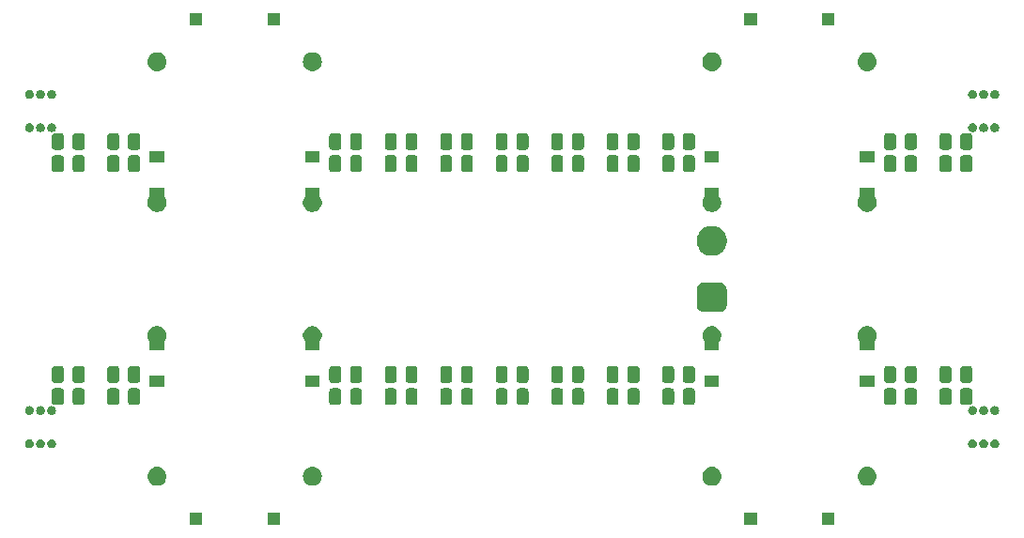
<source format=gbr>
G04 #@! TF.GenerationSoftware,KiCad,Pcbnew,(5.1.2)-2*
G04 #@! TF.CreationDate,2020-02-10T16:48:03+01:00*
G04 #@! TF.ProjectId,OpenHO_Engine,4f70656e-484f-45f4-956e-67696e652e6b,rev?*
G04 #@! TF.SameCoordinates,Original*
G04 #@! TF.FileFunction,Soldermask,Bot*
G04 #@! TF.FilePolarity,Negative*
%FSLAX46Y46*%
G04 Gerber Fmt 4.6, Leading zero omitted, Abs format (unit mm)*
G04 Created by KiCad (PCBNEW (5.1.2)-2) date 2020-02-10 16:48:03*
%MOMM*%
%LPD*%
G04 APERTURE LIST*
%ADD10C,0.100000*%
G04 APERTURE END LIST*
D10*
G36*
X154051000Y-100551000D02*
G01*
X152949000Y-100551000D01*
X152949000Y-99449000D01*
X154051000Y-99449000D01*
X154051000Y-100551000D01*
X154051000Y-100551000D01*
G37*
G36*
X147051000Y-100551000D02*
G01*
X145949000Y-100551000D01*
X145949000Y-99449000D01*
X147051000Y-99449000D01*
X147051000Y-100551000D01*
X147051000Y-100551000D01*
G37*
G36*
X97051000Y-100551000D02*
G01*
X95949000Y-100551000D01*
X95949000Y-99449000D01*
X97051000Y-99449000D01*
X97051000Y-100551000D01*
X97051000Y-100551000D01*
G37*
G36*
X104051000Y-100551000D02*
G01*
X102949000Y-100551000D01*
X102949000Y-99449000D01*
X104051000Y-99449000D01*
X104051000Y-100551000D01*
X104051000Y-100551000D01*
G37*
G36*
X93166825Y-95361314D02*
G01*
X93327239Y-95409975D01*
X93475078Y-95488996D01*
X93604659Y-95595341D01*
X93711004Y-95724922D01*
X93790025Y-95872761D01*
X93838686Y-96033175D01*
X93855117Y-96200000D01*
X93838686Y-96366825D01*
X93790025Y-96527239D01*
X93711004Y-96675078D01*
X93604659Y-96804659D01*
X93475078Y-96911004D01*
X93327239Y-96990025D01*
X93166825Y-97038686D01*
X93041800Y-97051000D01*
X92958200Y-97051000D01*
X92833175Y-97038686D01*
X92672761Y-96990025D01*
X92524922Y-96911004D01*
X92395341Y-96804659D01*
X92288996Y-96675078D01*
X92209975Y-96527239D01*
X92161314Y-96366825D01*
X92144883Y-96200000D01*
X92161314Y-96033175D01*
X92209975Y-95872761D01*
X92288996Y-95724922D01*
X92395341Y-95595341D01*
X92524922Y-95488996D01*
X92672761Y-95409975D01*
X92833175Y-95361314D01*
X92958200Y-95349000D01*
X93041800Y-95349000D01*
X93166825Y-95361314D01*
X93166825Y-95361314D01*
G37*
G36*
X157166825Y-95361314D02*
G01*
X157327239Y-95409975D01*
X157475078Y-95488996D01*
X157604659Y-95595341D01*
X157711004Y-95724922D01*
X157790025Y-95872761D01*
X157838686Y-96033175D01*
X157855117Y-96200000D01*
X157838686Y-96366825D01*
X157790025Y-96527239D01*
X157711004Y-96675078D01*
X157604659Y-96804659D01*
X157475078Y-96911004D01*
X157327239Y-96990025D01*
X157166825Y-97038686D01*
X157041800Y-97051000D01*
X156958200Y-97051000D01*
X156833175Y-97038686D01*
X156672761Y-96990025D01*
X156524922Y-96911004D01*
X156395341Y-96804659D01*
X156288996Y-96675078D01*
X156209975Y-96527239D01*
X156161314Y-96366825D01*
X156144883Y-96200000D01*
X156161314Y-96033175D01*
X156209975Y-95872761D01*
X156288996Y-95724922D01*
X156395341Y-95595341D01*
X156524922Y-95488996D01*
X156672761Y-95409975D01*
X156833175Y-95361314D01*
X156958200Y-95349000D01*
X157041800Y-95349000D01*
X157166825Y-95361314D01*
X157166825Y-95361314D01*
G37*
G36*
X143166825Y-95361314D02*
G01*
X143327239Y-95409975D01*
X143475078Y-95488996D01*
X143604659Y-95595341D01*
X143711004Y-95724922D01*
X143790025Y-95872761D01*
X143838686Y-96033175D01*
X143855117Y-96200000D01*
X143838686Y-96366825D01*
X143790025Y-96527239D01*
X143711004Y-96675078D01*
X143604659Y-96804659D01*
X143475078Y-96911004D01*
X143327239Y-96990025D01*
X143166825Y-97038686D01*
X143041800Y-97051000D01*
X142958200Y-97051000D01*
X142833175Y-97038686D01*
X142672761Y-96990025D01*
X142524922Y-96911004D01*
X142395341Y-96804659D01*
X142288996Y-96675078D01*
X142209975Y-96527239D01*
X142161314Y-96366825D01*
X142144883Y-96200000D01*
X142161314Y-96033175D01*
X142209975Y-95872761D01*
X142288996Y-95724922D01*
X142395341Y-95595341D01*
X142524922Y-95488996D01*
X142672761Y-95409975D01*
X142833175Y-95361314D01*
X142958200Y-95349000D01*
X143041800Y-95349000D01*
X143166825Y-95361314D01*
X143166825Y-95361314D01*
G37*
G36*
X107166825Y-95361314D02*
G01*
X107327239Y-95409975D01*
X107475078Y-95488996D01*
X107604659Y-95595341D01*
X107711004Y-95724922D01*
X107790025Y-95872761D01*
X107838686Y-96033175D01*
X107855117Y-96200000D01*
X107838686Y-96366825D01*
X107790025Y-96527239D01*
X107711004Y-96675078D01*
X107604659Y-96804659D01*
X107475078Y-96911004D01*
X107327239Y-96990025D01*
X107166825Y-97038686D01*
X107041800Y-97051000D01*
X106958200Y-97051000D01*
X106833175Y-97038686D01*
X106672761Y-96990025D01*
X106524922Y-96911004D01*
X106395341Y-96804659D01*
X106288996Y-96675078D01*
X106209975Y-96527239D01*
X106161314Y-96366825D01*
X106144883Y-96200000D01*
X106161314Y-96033175D01*
X106209975Y-95872761D01*
X106288996Y-95724922D01*
X106395341Y-95595341D01*
X106524922Y-95488996D01*
X106672761Y-95409975D01*
X106833175Y-95361314D01*
X106958200Y-95349000D01*
X107041800Y-95349000D01*
X107166825Y-95361314D01*
X107166825Y-95361314D01*
G37*
G36*
X81616967Y-92864410D02*
G01*
X81653456Y-92879524D01*
X81689944Y-92894638D01*
X81755623Y-92938524D01*
X81811476Y-92994377D01*
X81855362Y-93060056D01*
X81870475Y-93096544D01*
X81885590Y-93133033D01*
X81901000Y-93210505D01*
X81901000Y-93289495D01*
X81885590Y-93366967D01*
X81870475Y-93403456D01*
X81855362Y-93439944D01*
X81811476Y-93505623D01*
X81755623Y-93561476D01*
X81689944Y-93605362D01*
X81653456Y-93620475D01*
X81616967Y-93635590D01*
X81539495Y-93651000D01*
X81460505Y-93651000D01*
X81383033Y-93635590D01*
X81346544Y-93620475D01*
X81310056Y-93605362D01*
X81244377Y-93561476D01*
X81188524Y-93505623D01*
X81144638Y-93439944D01*
X81129524Y-93403456D01*
X81114410Y-93366967D01*
X81099000Y-93289495D01*
X81099000Y-93210505D01*
X81114410Y-93133033D01*
X81129524Y-93096544D01*
X81144638Y-93060056D01*
X81188524Y-92994377D01*
X81244377Y-92938524D01*
X81310056Y-92894638D01*
X81346544Y-92879524D01*
X81383033Y-92864410D01*
X81460505Y-92849000D01*
X81539495Y-92849000D01*
X81616967Y-92864410D01*
X81616967Y-92864410D01*
G37*
G36*
X83616967Y-92864410D02*
G01*
X83653456Y-92879524D01*
X83689944Y-92894638D01*
X83755623Y-92938524D01*
X83811476Y-92994377D01*
X83855362Y-93060056D01*
X83870475Y-93096544D01*
X83885590Y-93133033D01*
X83901000Y-93210505D01*
X83901000Y-93289495D01*
X83885590Y-93366967D01*
X83870475Y-93403456D01*
X83855362Y-93439944D01*
X83811476Y-93505623D01*
X83755623Y-93561476D01*
X83689944Y-93605362D01*
X83653456Y-93620475D01*
X83616967Y-93635590D01*
X83539495Y-93651000D01*
X83460505Y-93651000D01*
X83383033Y-93635590D01*
X83346544Y-93620475D01*
X83310056Y-93605362D01*
X83244377Y-93561476D01*
X83188524Y-93505623D01*
X83144638Y-93439944D01*
X83129524Y-93403456D01*
X83114410Y-93366967D01*
X83099000Y-93289495D01*
X83099000Y-93210505D01*
X83114410Y-93133033D01*
X83129524Y-93096544D01*
X83144638Y-93060056D01*
X83188524Y-92994377D01*
X83244377Y-92938524D01*
X83310056Y-92894638D01*
X83346544Y-92879524D01*
X83383033Y-92864410D01*
X83460505Y-92849000D01*
X83539495Y-92849000D01*
X83616967Y-92864410D01*
X83616967Y-92864410D01*
G37*
G36*
X82616967Y-92864410D02*
G01*
X82653456Y-92879524D01*
X82689944Y-92894638D01*
X82755623Y-92938524D01*
X82811476Y-92994377D01*
X82855362Y-93060056D01*
X82870475Y-93096544D01*
X82885590Y-93133033D01*
X82901000Y-93210505D01*
X82901000Y-93289495D01*
X82885590Y-93366967D01*
X82870475Y-93403456D01*
X82855362Y-93439944D01*
X82811476Y-93505623D01*
X82755623Y-93561476D01*
X82689944Y-93605362D01*
X82653456Y-93620475D01*
X82616967Y-93635590D01*
X82539495Y-93651000D01*
X82460505Y-93651000D01*
X82383033Y-93635590D01*
X82346544Y-93620475D01*
X82310056Y-93605362D01*
X82244377Y-93561476D01*
X82188524Y-93505623D01*
X82144638Y-93439944D01*
X82129524Y-93403456D01*
X82114410Y-93366967D01*
X82099000Y-93289495D01*
X82099000Y-93210505D01*
X82114410Y-93133033D01*
X82129524Y-93096544D01*
X82144638Y-93060056D01*
X82188524Y-92994377D01*
X82244377Y-92938524D01*
X82310056Y-92894638D01*
X82346544Y-92879524D01*
X82383033Y-92864410D01*
X82460505Y-92849000D01*
X82539495Y-92849000D01*
X82616967Y-92864410D01*
X82616967Y-92864410D01*
G37*
G36*
X168616967Y-92864410D02*
G01*
X168653456Y-92879524D01*
X168689944Y-92894638D01*
X168755623Y-92938524D01*
X168811476Y-92994377D01*
X168855362Y-93060056D01*
X168870476Y-93096544D01*
X168885590Y-93133033D01*
X168901000Y-93210505D01*
X168901000Y-93289495D01*
X168885590Y-93366967D01*
X168870476Y-93403456D01*
X168855362Y-93439944D01*
X168811476Y-93505623D01*
X168755623Y-93561476D01*
X168689944Y-93605362D01*
X168653456Y-93620475D01*
X168616967Y-93635590D01*
X168539495Y-93651000D01*
X168460505Y-93651000D01*
X168383033Y-93635590D01*
X168346544Y-93620475D01*
X168310056Y-93605362D01*
X168244377Y-93561476D01*
X168188524Y-93505623D01*
X168144638Y-93439944D01*
X168129525Y-93403456D01*
X168114410Y-93366967D01*
X168099000Y-93289495D01*
X168099000Y-93210505D01*
X168114410Y-93133033D01*
X168129525Y-93096544D01*
X168144638Y-93060056D01*
X168188524Y-92994377D01*
X168244377Y-92938524D01*
X168310056Y-92894638D01*
X168346544Y-92879524D01*
X168383033Y-92864410D01*
X168460505Y-92849000D01*
X168539495Y-92849000D01*
X168616967Y-92864410D01*
X168616967Y-92864410D01*
G37*
G36*
X167616967Y-92864410D02*
G01*
X167653456Y-92879524D01*
X167689944Y-92894638D01*
X167755623Y-92938524D01*
X167811476Y-92994377D01*
X167855362Y-93060056D01*
X167870476Y-93096544D01*
X167885590Y-93133033D01*
X167901000Y-93210505D01*
X167901000Y-93289495D01*
X167885590Y-93366967D01*
X167870476Y-93403456D01*
X167855362Y-93439944D01*
X167811476Y-93505623D01*
X167755623Y-93561476D01*
X167689944Y-93605362D01*
X167653456Y-93620475D01*
X167616967Y-93635590D01*
X167539495Y-93651000D01*
X167460505Y-93651000D01*
X167383033Y-93635590D01*
X167346544Y-93620475D01*
X167310056Y-93605362D01*
X167244377Y-93561476D01*
X167188524Y-93505623D01*
X167144638Y-93439944D01*
X167129525Y-93403456D01*
X167114410Y-93366967D01*
X167099000Y-93289495D01*
X167099000Y-93210505D01*
X167114410Y-93133033D01*
X167129525Y-93096544D01*
X167144638Y-93060056D01*
X167188524Y-92994377D01*
X167244377Y-92938524D01*
X167310056Y-92894638D01*
X167346544Y-92879524D01*
X167383033Y-92864410D01*
X167460505Y-92849000D01*
X167539495Y-92849000D01*
X167616967Y-92864410D01*
X167616967Y-92864410D01*
G37*
G36*
X166616967Y-92864410D02*
G01*
X166653456Y-92879524D01*
X166689944Y-92894638D01*
X166755623Y-92938524D01*
X166811476Y-92994377D01*
X166855362Y-93060056D01*
X166870476Y-93096544D01*
X166885590Y-93133033D01*
X166901000Y-93210505D01*
X166901000Y-93289495D01*
X166885590Y-93366967D01*
X166870476Y-93403456D01*
X166855362Y-93439944D01*
X166811476Y-93505623D01*
X166755623Y-93561476D01*
X166689944Y-93605362D01*
X166653456Y-93620475D01*
X166616967Y-93635590D01*
X166539495Y-93651000D01*
X166460505Y-93651000D01*
X166383033Y-93635590D01*
X166346544Y-93620475D01*
X166310056Y-93605362D01*
X166244377Y-93561476D01*
X166188524Y-93505623D01*
X166144638Y-93439944D01*
X166129525Y-93403456D01*
X166114410Y-93366967D01*
X166099000Y-93289495D01*
X166099000Y-93210505D01*
X166114410Y-93133033D01*
X166129525Y-93096544D01*
X166144638Y-93060056D01*
X166188524Y-92994377D01*
X166244377Y-92938524D01*
X166310056Y-92894638D01*
X166346544Y-92879524D01*
X166383033Y-92864410D01*
X166460505Y-92849000D01*
X166539495Y-92849000D01*
X166616967Y-92864410D01*
X166616967Y-92864410D01*
G37*
G36*
X81616967Y-89864410D02*
G01*
X81653456Y-89879524D01*
X81689944Y-89894638D01*
X81755623Y-89938524D01*
X81811476Y-89994377D01*
X81855362Y-90060056D01*
X81870475Y-90096544D01*
X81885590Y-90133033D01*
X81901000Y-90210505D01*
X81901000Y-90289495D01*
X81885590Y-90366967D01*
X81870476Y-90403456D01*
X81855362Y-90439944D01*
X81811476Y-90505623D01*
X81755623Y-90561476D01*
X81689944Y-90605362D01*
X81653456Y-90620476D01*
X81616967Y-90635590D01*
X81539495Y-90651000D01*
X81460505Y-90651000D01*
X81383033Y-90635590D01*
X81346544Y-90620476D01*
X81310056Y-90605362D01*
X81244377Y-90561476D01*
X81188524Y-90505623D01*
X81144638Y-90439944D01*
X81129524Y-90403456D01*
X81114410Y-90366967D01*
X81099000Y-90289495D01*
X81099000Y-90210505D01*
X81114410Y-90133033D01*
X81129525Y-90096544D01*
X81144638Y-90060056D01*
X81188524Y-89994377D01*
X81244377Y-89938524D01*
X81310056Y-89894638D01*
X81346544Y-89879525D01*
X81383033Y-89864410D01*
X81460505Y-89849000D01*
X81539495Y-89849000D01*
X81616967Y-89864410D01*
X81616967Y-89864410D01*
G37*
G36*
X83616967Y-89864410D02*
G01*
X83653456Y-89879524D01*
X83689944Y-89894638D01*
X83755623Y-89938524D01*
X83811476Y-89994377D01*
X83855362Y-90060056D01*
X83870475Y-90096544D01*
X83885590Y-90133033D01*
X83901000Y-90210505D01*
X83901000Y-90289495D01*
X83885590Y-90366967D01*
X83870476Y-90403456D01*
X83855362Y-90439944D01*
X83811476Y-90505623D01*
X83755623Y-90561476D01*
X83689944Y-90605362D01*
X83653456Y-90620476D01*
X83616967Y-90635590D01*
X83539495Y-90651000D01*
X83460505Y-90651000D01*
X83383033Y-90635590D01*
X83346544Y-90620476D01*
X83310056Y-90605362D01*
X83244377Y-90561476D01*
X83188524Y-90505623D01*
X83144638Y-90439944D01*
X83129524Y-90403456D01*
X83114410Y-90366967D01*
X83099000Y-90289495D01*
X83099000Y-90210505D01*
X83114410Y-90133033D01*
X83129525Y-90096544D01*
X83144638Y-90060056D01*
X83188524Y-89994377D01*
X83244377Y-89938524D01*
X83310056Y-89894638D01*
X83346544Y-89879525D01*
X83383033Y-89864410D01*
X83460505Y-89849000D01*
X83539495Y-89849000D01*
X83616967Y-89864410D01*
X83616967Y-89864410D01*
G37*
G36*
X82616967Y-89864410D02*
G01*
X82653456Y-89879524D01*
X82689944Y-89894638D01*
X82755623Y-89938524D01*
X82811476Y-89994377D01*
X82855362Y-90060056D01*
X82870475Y-90096544D01*
X82885590Y-90133033D01*
X82901000Y-90210505D01*
X82901000Y-90289495D01*
X82885590Y-90366967D01*
X82870476Y-90403456D01*
X82855362Y-90439944D01*
X82811476Y-90505623D01*
X82755623Y-90561476D01*
X82689944Y-90605362D01*
X82653456Y-90620476D01*
X82616967Y-90635590D01*
X82539495Y-90651000D01*
X82460505Y-90651000D01*
X82383033Y-90635590D01*
X82346544Y-90620476D01*
X82310056Y-90605362D01*
X82244377Y-90561476D01*
X82188524Y-90505623D01*
X82144638Y-90439944D01*
X82129524Y-90403456D01*
X82114410Y-90366967D01*
X82099000Y-90289495D01*
X82099000Y-90210505D01*
X82114410Y-90133033D01*
X82129525Y-90096544D01*
X82144638Y-90060056D01*
X82188524Y-89994377D01*
X82244377Y-89938524D01*
X82310056Y-89894638D01*
X82346544Y-89879525D01*
X82383033Y-89864410D01*
X82460505Y-89849000D01*
X82539495Y-89849000D01*
X82616967Y-89864410D01*
X82616967Y-89864410D01*
G37*
G36*
X166616967Y-89864410D02*
G01*
X166653456Y-89879524D01*
X166689944Y-89894638D01*
X166755623Y-89938524D01*
X166811476Y-89994377D01*
X166855362Y-90060056D01*
X166870475Y-90096544D01*
X166885590Y-90133033D01*
X166901000Y-90210505D01*
X166901000Y-90289495D01*
X166885590Y-90366967D01*
X166870476Y-90403456D01*
X166855362Y-90439944D01*
X166811476Y-90505623D01*
X166755623Y-90561476D01*
X166689944Y-90605362D01*
X166653456Y-90620476D01*
X166616967Y-90635590D01*
X166539495Y-90651000D01*
X166460505Y-90651000D01*
X166383033Y-90635590D01*
X166346544Y-90620476D01*
X166310056Y-90605362D01*
X166244377Y-90561476D01*
X166188524Y-90505623D01*
X166144638Y-90439944D01*
X166129524Y-90403456D01*
X166114410Y-90366967D01*
X166099000Y-90289495D01*
X166099000Y-90210505D01*
X166114410Y-90133033D01*
X166129525Y-90096544D01*
X166144638Y-90060056D01*
X166188524Y-89994377D01*
X166244377Y-89938524D01*
X166310056Y-89894638D01*
X166346544Y-89879525D01*
X166383033Y-89864410D01*
X166460505Y-89849000D01*
X166539495Y-89849000D01*
X166616967Y-89864410D01*
X166616967Y-89864410D01*
G37*
G36*
X168616967Y-89864410D02*
G01*
X168653456Y-89879524D01*
X168689944Y-89894638D01*
X168755623Y-89938524D01*
X168811476Y-89994377D01*
X168855362Y-90060056D01*
X168870475Y-90096544D01*
X168885590Y-90133033D01*
X168901000Y-90210505D01*
X168901000Y-90289495D01*
X168885590Y-90366967D01*
X168870476Y-90403456D01*
X168855362Y-90439944D01*
X168811476Y-90505623D01*
X168755623Y-90561476D01*
X168689944Y-90605362D01*
X168653456Y-90620476D01*
X168616967Y-90635590D01*
X168539495Y-90651000D01*
X168460505Y-90651000D01*
X168383033Y-90635590D01*
X168346544Y-90620476D01*
X168310056Y-90605362D01*
X168244377Y-90561476D01*
X168188524Y-90505623D01*
X168144638Y-90439944D01*
X168129524Y-90403456D01*
X168114410Y-90366967D01*
X168099000Y-90289495D01*
X168099000Y-90210505D01*
X168114410Y-90133033D01*
X168129525Y-90096544D01*
X168144638Y-90060056D01*
X168188524Y-89994377D01*
X168244377Y-89938524D01*
X168310056Y-89894638D01*
X168346544Y-89879525D01*
X168383033Y-89864410D01*
X168460505Y-89849000D01*
X168539495Y-89849000D01*
X168616967Y-89864410D01*
X168616967Y-89864410D01*
G37*
G36*
X167616967Y-89864410D02*
G01*
X167653456Y-89879524D01*
X167689944Y-89894638D01*
X167755623Y-89938524D01*
X167811476Y-89994377D01*
X167855362Y-90060056D01*
X167870475Y-90096544D01*
X167885590Y-90133033D01*
X167901000Y-90210505D01*
X167901000Y-90289495D01*
X167885590Y-90366967D01*
X167870476Y-90403456D01*
X167855362Y-90439944D01*
X167811476Y-90505623D01*
X167755623Y-90561476D01*
X167689944Y-90605362D01*
X167653456Y-90620476D01*
X167616967Y-90635590D01*
X167539495Y-90651000D01*
X167460505Y-90651000D01*
X167383033Y-90635590D01*
X167346544Y-90620476D01*
X167310056Y-90605362D01*
X167244377Y-90561476D01*
X167188524Y-90505623D01*
X167144638Y-90439944D01*
X167129524Y-90403456D01*
X167114410Y-90366967D01*
X167099000Y-90289495D01*
X167099000Y-90210505D01*
X167114410Y-90133033D01*
X167129525Y-90096544D01*
X167144638Y-90060056D01*
X167188524Y-89994377D01*
X167244377Y-89938524D01*
X167310056Y-89894638D01*
X167346544Y-89879525D01*
X167383033Y-89864410D01*
X167460505Y-89849000D01*
X167539495Y-89849000D01*
X167616967Y-89864410D01*
X167616967Y-89864410D01*
G37*
G36*
X164394316Y-88254053D02*
G01*
X164442462Y-88268657D01*
X164486823Y-88292369D01*
X164525714Y-88324286D01*
X164557631Y-88363177D01*
X164581343Y-88407538D01*
X164595947Y-88455684D01*
X164601000Y-88506982D01*
X164601000Y-89493018D01*
X164595947Y-89544316D01*
X164581343Y-89592462D01*
X164557631Y-89636823D01*
X164525714Y-89675714D01*
X164486823Y-89707631D01*
X164442462Y-89731343D01*
X164394316Y-89745947D01*
X164343018Y-89751000D01*
X163781982Y-89751000D01*
X163730684Y-89745947D01*
X163682538Y-89731343D01*
X163638177Y-89707631D01*
X163599286Y-89675714D01*
X163567369Y-89636823D01*
X163543657Y-89592462D01*
X163529053Y-89544316D01*
X163524000Y-89493018D01*
X163524000Y-88506982D01*
X163529053Y-88455684D01*
X163543657Y-88407538D01*
X163567369Y-88363177D01*
X163599286Y-88324286D01*
X163638177Y-88292369D01*
X163682538Y-88268657D01*
X163730684Y-88254053D01*
X163781982Y-88249000D01*
X164343018Y-88249000D01*
X164394316Y-88254053D01*
X164394316Y-88254053D01*
G37*
G36*
X86269316Y-88254053D02*
G01*
X86317462Y-88268657D01*
X86361823Y-88292369D01*
X86400714Y-88324286D01*
X86432631Y-88363177D01*
X86456343Y-88407538D01*
X86470947Y-88455684D01*
X86476000Y-88506982D01*
X86476000Y-89493018D01*
X86470947Y-89544316D01*
X86456343Y-89592462D01*
X86432631Y-89636823D01*
X86400714Y-89675714D01*
X86361823Y-89707631D01*
X86317462Y-89731343D01*
X86269316Y-89745947D01*
X86218018Y-89751000D01*
X85656982Y-89751000D01*
X85605684Y-89745947D01*
X85557538Y-89731343D01*
X85513177Y-89707631D01*
X85474286Y-89675714D01*
X85442369Y-89636823D01*
X85418657Y-89592462D01*
X85404053Y-89544316D01*
X85399000Y-89493018D01*
X85399000Y-88506982D01*
X85404053Y-88455684D01*
X85418657Y-88407538D01*
X85442369Y-88363177D01*
X85474286Y-88324286D01*
X85513177Y-88292369D01*
X85557538Y-88268657D01*
X85605684Y-88254053D01*
X85656982Y-88249000D01*
X86218018Y-88249000D01*
X86269316Y-88254053D01*
X86269316Y-88254053D01*
G37*
G36*
X84394316Y-88254053D02*
G01*
X84442462Y-88268657D01*
X84486823Y-88292369D01*
X84525714Y-88324286D01*
X84557631Y-88363177D01*
X84581343Y-88407538D01*
X84595947Y-88455684D01*
X84601000Y-88506982D01*
X84601000Y-89493018D01*
X84595947Y-89544316D01*
X84581343Y-89592462D01*
X84557631Y-89636823D01*
X84525714Y-89675714D01*
X84486823Y-89707631D01*
X84442462Y-89731343D01*
X84394316Y-89745947D01*
X84343018Y-89751000D01*
X83781982Y-89751000D01*
X83730684Y-89745947D01*
X83682538Y-89731343D01*
X83638177Y-89707631D01*
X83599286Y-89675714D01*
X83567369Y-89636823D01*
X83543657Y-89592462D01*
X83529053Y-89544316D01*
X83524000Y-89493018D01*
X83524000Y-88506982D01*
X83529053Y-88455684D01*
X83543657Y-88407538D01*
X83567369Y-88363177D01*
X83599286Y-88324286D01*
X83638177Y-88292369D01*
X83682538Y-88268657D01*
X83730684Y-88254053D01*
X83781982Y-88249000D01*
X84343018Y-88249000D01*
X84394316Y-88254053D01*
X84394316Y-88254053D01*
G37*
G36*
X166269316Y-88254053D02*
G01*
X166317462Y-88268657D01*
X166361823Y-88292369D01*
X166400714Y-88324286D01*
X166432631Y-88363177D01*
X166456343Y-88407538D01*
X166470947Y-88455684D01*
X166476000Y-88506982D01*
X166476000Y-89493018D01*
X166470947Y-89544316D01*
X166456343Y-89592462D01*
X166432631Y-89636823D01*
X166400714Y-89675714D01*
X166361823Y-89707631D01*
X166317462Y-89731343D01*
X166269316Y-89745947D01*
X166218018Y-89751000D01*
X165656982Y-89751000D01*
X165605684Y-89745947D01*
X165557538Y-89731343D01*
X165513177Y-89707631D01*
X165474286Y-89675714D01*
X165442369Y-89636823D01*
X165418657Y-89592462D01*
X165404053Y-89544316D01*
X165399000Y-89493018D01*
X165399000Y-88506982D01*
X165404053Y-88455684D01*
X165418657Y-88407538D01*
X165442369Y-88363177D01*
X165474286Y-88324286D01*
X165513177Y-88292369D01*
X165557538Y-88268657D01*
X165605684Y-88254053D01*
X165656982Y-88249000D01*
X166218018Y-88249000D01*
X166269316Y-88254053D01*
X166269316Y-88254053D01*
G37*
G36*
X161269316Y-88254053D02*
G01*
X161317462Y-88268657D01*
X161361823Y-88292369D01*
X161400714Y-88324286D01*
X161432631Y-88363177D01*
X161456343Y-88407538D01*
X161470947Y-88455684D01*
X161476000Y-88506982D01*
X161476000Y-89493018D01*
X161470947Y-89544316D01*
X161456343Y-89592462D01*
X161432631Y-89636823D01*
X161400714Y-89675714D01*
X161361823Y-89707631D01*
X161317462Y-89731343D01*
X161269316Y-89745947D01*
X161218018Y-89751000D01*
X160656982Y-89751000D01*
X160605684Y-89745947D01*
X160557538Y-89731343D01*
X160513177Y-89707631D01*
X160474286Y-89675714D01*
X160442369Y-89636823D01*
X160418657Y-89592462D01*
X160404053Y-89544316D01*
X160399000Y-89493018D01*
X160399000Y-88506982D01*
X160404053Y-88455684D01*
X160418657Y-88407538D01*
X160442369Y-88363177D01*
X160474286Y-88324286D01*
X160513177Y-88292369D01*
X160557538Y-88268657D01*
X160605684Y-88254053D01*
X160656982Y-88249000D01*
X161218018Y-88249000D01*
X161269316Y-88254053D01*
X161269316Y-88254053D01*
G37*
G36*
X134394316Y-88254053D02*
G01*
X134442462Y-88268657D01*
X134486823Y-88292369D01*
X134525714Y-88324286D01*
X134557631Y-88363177D01*
X134581343Y-88407538D01*
X134595947Y-88455684D01*
X134601000Y-88506982D01*
X134601000Y-89493018D01*
X134595947Y-89544316D01*
X134581343Y-89592462D01*
X134557631Y-89636823D01*
X134525714Y-89675714D01*
X134486823Y-89707631D01*
X134442462Y-89731343D01*
X134394316Y-89745947D01*
X134343018Y-89751000D01*
X133781982Y-89751000D01*
X133730684Y-89745947D01*
X133682538Y-89731343D01*
X133638177Y-89707631D01*
X133599286Y-89675714D01*
X133567369Y-89636823D01*
X133543657Y-89592462D01*
X133529053Y-89544316D01*
X133524000Y-89493018D01*
X133524000Y-88506982D01*
X133529053Y-88455684D01*
X133543657Y-88407538D01*
X133567369Y-88363177D01*
X133599286Y-88324286D01*
X133638177Y-88292369D01*
X133682538Y-88268657D01*
X133730684Y-88254053D01*
X133781982Y-88249000D01*
X134343018Y-88249000D01*
X134394316Y-88254053D01*
X134394316Y-88254053D01*
G37*
G36*
X91269316Y-88254053D02*
G01*
X91317462Y-88268657D01*
X91361823Y-88292369D01*
X91400714Y-88324286D01*
X91432631Y-88363177D01*
X91456343Y-88407538D01*
X91470947Y-88455684D01*
X91476000Y-88506982D01*
X91476000Y-89493018D01*
X91470947Y-89544316D01*
X91456343Y-89592462D01*
X91432631Y-89636823D01*
X91400714Y-89675714D01*
X91361823Y-89707631D01*
X91317462Y-89731343D01*
X91269316Y-89745947D01*
X91218018Y-89751000D01*
X90656982Y-89751000D01*
X90605684Y-89745947D01*
X90557538Y-89731343D01*
X90513177Y-89707631D01*
X90474286Y-89675714D01*
X90442369Y-89636823D01*
X90418657Y-89592462D01*
X90404053Y-89544316D01*
X90399000Y-89493018D01*
X90399000Y-88506982D01*
X90404053Y-88455684D01*
X90418657Y-88407538D01*
X90442369Y-88363177D01*
X90474286Y-88324286D01*
X90513177Y-88292369D01*
X90557538Y-88268657D01*
X90605684Y-88254053D01*
X90656982Y-88249000D01*
X91218018Y-88249000D01*
X91269316Y-88254053D01*
X91269316Y-88254053D01*
G37*
G36*
X109394316Y-88254053D02*
G01*
X109442462Y-88268657D01*
X109486823Y-88292369D01*
X109525714Y-88324286D01*
X109557631Y-88363177D01*
X109581343Y-88407538D01*
X109595947Y-88455684D01*
X109601000Y-88506982D01*
X109601000Y-89493018D01*
X109595947Y-89544316D01*
X109581343Y-89592462D01*
X109557631Y-89636823D01*
X109525714Y-89675714D01*
X109486823Y-89707631D01*
X109442462Y-89731343D01*
X109394316Y-89745947D01*
X109343018Y-89751000D01*
X108781982Y-89751000D01*
X108730684Y-89745947D01*
X108682538Y-89731343D01*
X108638177Y-89707631D01*
X108599286Y-89675714D01*
X108567369Y-89636823D01*
X108543657Y-89592462D01*
X108529053Y-89544316D01*
X108524000Y-89493018D01*
X108524000Y-88506982D01*
X108529053Y-88455684D01*
X108543657Y-88407538D01*
X108567369Y-88363177D01*
X108599286Y-88324286D01*
X108638177Y-88292369D01*
X108682538Y-88268657D01*
X108730684Y-88254053D01*
X108781982Y-88249000D01*
X109343018Y-88249000D01*
X109394316Y-88254053D01*
X109394316Y-88254053D01*
G37*
G36*
X111269316Y-88254053D02*
G01*
X111317462Y-88268657D01*
X111361823Y-88292369D01*
X111400714Y-88324286D01*
X111432631Y-88363177D01*
X111456343Y-88407538D01*
X111470947Y-88455684D01*
X111476000Y-88506982D01*
X111476000Y-89493018D01*
X111470947Y-89544316D01*
X111456343Y-89592462D01*
X111432631Y-89636823D01*
X111400714Y-89675714D01*
X111361823Y-89707631D01*
X111317462Y-89731343D01*
X111269316Y-89745947D01*
X111218018Y-89751000D01*
X110656982Y-89751000D01*
X110605684Y-89745947D01*
X110557538Y-89731343D01*
X110513177Y-89707631D01*
X110474286Y-89675714D01*
X110442369Y-89636823D01*
X110418657Y-89592462D01*
X110404053Y-89544316D01*
X110399000Y-89493018D01*
X110399000Y-88506982D01*
X110404053Y-88455684D01*
X110418657Y-88407538D01*
X110442369Y-88363177D01*
X110474286Y-88324286D01*
X110513177Y-88292369D01*
X110557538Y-88268657D01*
X110605684Y-88254053D01*
X110656982Y-88249000D01*
X111218018Y-88249000D01*
X111269316Y-88254053D01*
X111269316Y-88254053D01*
G37*
G36*
X114394316Y-88254053D02*
G01*
X114442462Y-88268657D01*
X114486823Y-88292369D01*
X114525714Y-88324286D01*
X114557631Y-88363177D01*
X114581343Y-88407538D01*
X114595947Y-88455684D01*
X114601000Y-88506982D01*
X114601000Y-89493018D01*
X114595947Y-89544316D01*
X114581343Y-89592462D01*
X114557631Y-89636823D01*
X114525714Y-89675714D01*
X114486823Y-89707631D01*
X114442462Y-89731343D01*
X114394316Y-89745947D01*
X114343018Y-89751000D01*
X113781982Y-89751000D01*
X113730684Y-89745947D01*
X113682538Y-89731343D01*
X113638177Y-89707631D01*
X113599286Y-89675714D01*
X113567369Y-89636823D01*
X113543657Y-89592462D01*
X113529053Y-89544316D01*
X113524000Y-89493018D01*
X113524000Y-88506982D01*
X113529053Y-88455684D01*
X113543657Y-88407538D01*
X113567369Y-88363177D01*
X113599286Y-88324286D01*
X113638177Y-88292369D01*
X113682538Y-88268657D01*
X113730684Y-88254053D01*
X113781982Y-88249000D01*
X114343018Y-88249000D01*
X114394316Y-88254053D01*
X114394316Y-88254053D01*
G37*
G36*
X116269316Y-88254053D02*
G01*
X116317462Y-88268657D01*
X116361823Y-88292369D01*
X116400714Y-88324286D01*
X116432631Y-88363177D01*
X116456343Y-88407538D01*
X116470947Y-88455684D01*
X116476000Y-88506982D01*
X116476000Y-89493018D01*
X116470947Y-89544316D01*
X116456343Y-89592462D01*
X116432631Y-89636823D01*
X116400714Y-89675714D01*
X116361823Y-89707631D01*
X116317462Y-89731343D01*
X116269316Y-89745947D01*
X116218018Y-89751000D01*
X115656982Y-89751000D01*
X115605684Y-89745947D01*
X115557538Y-89731343D01*
X115513177Y-89707631D01*
X115474286Y-89675714D01*
X115442369Y-89636823D01*
X115418657Y-89592462D01*
X115404053Y-89544316D01*
X115399000Y-89493018D01*
X115399000Y-88506982D01*
X115404053Y-88455684D01*
X115418657Y-88407538D01*
X115442369Y-88363177D01*
X115474286Y-88324286D01*
X115513177Y-88292369D01*
X115557538Y-88268657D01*
X115605684Y-88254053D01*
X115656982Y-88249000D01*
X116218018Y-88249000D01*
X116269316Y-88254053D01*
X116269316Y-88254053D01*
G37*
G36*
X121269316Y-88254053D02*
G01*
X121317462Y-88268657D01*
X121361823Y-88292369D01*
X121400714Y-88324286D01*
X121432631Y-88363177D01*
X121456343Y-88407538D01*
X121470947Y-88455684D01*
X121476000Y-88506982D01*
X121476000Y-89493018D01*
X121470947Y-89544316D01*
X121456343Y-89592462D01*
X121432631Y-89636823D01*
X121400714Y-89675714D01*
X121361823Y-89707631D01*
X121317462Y-89731343D01*
X121269316Y-89745947D01*
X121218018Y-89751000D01*
X120656982Y-89751000D01*
X120605684Y-89745947D01*
X120557538Y-89731343D01*
X120513177Y-89707631D01*
X120474286Y-89675714D01*
X120442369Y-89636823D01*
X120418657Y-89592462D01*
X120404053Y-89544316D01*
X120399000Y-89493018D01*
X120399000Y-88506982D01*
X120404053Y-88455684D01*
X120418657Y-88407538D01*
X120442369Y-88363177D01*
X120474286Y-88324286D01*
X120513177Y-88292369D01*
X120557538Y-88268657D01*
X120605684Y-88254053D01*
X120656982Y-88249000D01*
X121218018Y-88249000D01*
X121269316Y-88254053D01*
X121269316Y-88254053D01*
G37*
G36*
X124394316Y-88254053D02*
G01*
X124442462Y-88268657D01*
X124486823Y-88292369D01*
X124525714Y-88324286D01*
X124557631Y-88363177D01*
X124581343Y-88407538D01*
X124595947Y-88455684D01*
X124601000Y-88506982D01*
X124601000Y-89493018D01*
X124595947Y-89544316D01*
X124581343Y-89592462D01*
X124557631Y-89636823D01*
X124525714Y-89675714D01*
X124486823Y-89707631D01*
X124442462Y-89731343D01*
X124394316Y-89745947D01*
X124343018Y-89751000D01*
X123781982Y-89751000D01*
X123730684Y-89745947D01*
X123682538Y-89731343D01*
X123638177Y-89707631D01*
X123599286Y-89675714D01*
X123567369Y-89636823D01*
X123543657Y-89592462D01*
X123529053Y-89544316D01*
X123524000Y-89493018D01*
X123524000Y-88506982D01*
X123529053Y-88455684D01*
X123543657Y-88407538D01*
X123567369Y-88363177D01*
X123599286Y-88324286D01*
X123638177Y-88292369D01*
X123682538Y-88268657D01*
X123730684Y-88254053D01*
X123781982Y-88249000D01*
X124343018Y-88249000D01*
X124394316Y-88254053D01*
X124394316Y-88254053D01*
G37*
G36*
X126269316Y-88254053D02*
G01*
X126317462Y-88268657D01*
X126361823Y-88292369D01*
X126400714Y-88324286D01*
X126432631Y-88363177D01*
X126456343Y-88407538D01*
X126470947Y-88455684D01*
X126476000Y-88506982D01*
X126476000Y-89493018D01*
X126470947Y-89544316D01*
X126456343Y-89592462D01*
X126432631Y-89636823D01*
X126400714Y-89675714D01*
X126361823Y-89707631D01*
X126317462Y-89731343D01*
X126269316Y-89745947D01*
X126218018Y-89751000D01*
X125656982Y-89751000D01*
X125605684Y-89745947D01*
X125557538Y-89731343D01*
X125513177Y-89707631D01*
X125474286Y-89675714D01*
X125442369Y-89636823D01*
X125418657Y-89592462D01*
X125404053Y-89544316D01*
X125399000Y-89493018D01*
X125399000Y-88506982D01*
X125404053Y-88455684D01*
X125418657Y-88407538D01*
X125442369Y-88363177D01*
X125474286Y-88324286D01*
X125513177Y-88292369D01*
X125557538Y-88268657D01*
X125605684Y-88254053D01*
X125656982Y-88249000D01*
X126218018Y-88249000D01*
X126269316Y-88254053D01*
X126269316Y-88254053D01*
G37*
G36*
X89394316Y-88254053D02*
G01*
X89442462Y-88268657D01*
X89486823Y-88292369D01*
X89525714Y-88324286D01*
X89557631Y-88363177D01*
X89581343Y-88407538D01*
X89595947Y-88455684D01*
X89601000Y-88506982D01*
X89601000Y-89493018D01*
X89595947Y-89544316D01*
X89581343Y-89592462D01*
X89557631Y-89636823D01*
X89525714Y-89675714D01*
X89486823Y-89707631D01*
X89442462Y-89731343D01*
X89394316Y-89745947D01*
X89343018Y-89751000D01*
X88781982Y-89751000D01*
X88730684Y-89745947D01*
X88682538Y-89731343D01*
X88638177Y-89707631D01*
X88599286Y-89675714D01*
X88567369Y-89636823D01*
X88543657Y-89592462D01*
X88529053Y-89544316D01*
X88524000Y-89493018D01*
X88524000Y-88506982D01*
X88529053Y-88455684D01*
X88543657Y-88407538D01*
X88567369Y-88363177D01*
X88599286Y-88324286D01*
X88638177Y-88292369D01*
X88682538Y-88268657D01*
X88730684Y-88254053D01*
X88781982Y-88249000D01*
X89343018Y-88249000D01*
X89394316Y-88254053D01*
X89394316Y-88254053D01*
G37*
G36*
X131269316Y-88254053D02*
G01*
X131317462Y-88268657D01*
X131361823Y-88292369D01*
X131400714Y-88324286D01*
X131432631Y-88363177D01*
X131456343Y-88407538D01*
X131470947Y-88455684D01*
X131476000Y-88506982D01*
X131476000Y-89493018D01*
X131470947Y-89544316D01*
X131456343Y-89592462D01*
X131432631Y-89636823D01*
X131400714Y-89675714D01*
X131361823Y-89707631D01*
X131317462Y-89731343D01*
X131269316Y-89745947D01*
X131218018Y-89751000D01*
X130656982Y-89751000D01*
X130605684Y-89745947D01*
X130557538Y-89731343D01*
X130513177Y-89707631D01*
X130474286Y-89675714D01*
X130442369Y-89636823D01*
X130418657Y-89592462D01*
X130404053Y-89544316D01*
X130399000Y-89493018D01*
X130399000Y-88506982D01*
X130404053Y-88455684D01*
X130418657Y-88407538D01*
X130442369Y-88363177D01*
X130474286Y-88324286D01*
X130513177Y-88292369D01*
X130557538Y-88268657D01*
X130605684Y-88254053D01*
X130656982Y-88249000D01*
X131218018Y-88249000D01*
X131269316Y-88254053D01*
X131269316Y-88254053D01*
G37*
G36*
X136269316Y-88254053D02*
G01*
X136317462Y-88268657D01*
X136361823Y-88292369D01*
X136400714Y-88324286D01*
X136432631Y-88363177D01*
X136456343Y-88407538D01*
X136470947Y-88455684D01*
X136476000Y-88506982D01*
X136476000Y-89493018D01*
X136470947Y-89544316D01*
X136456343Y-89592462D01*
X136432631Y-89636823D01*
X136400714Y-89675714D01*
X136361823Y-89707631D01*
X136317462Y-89731343D01*
X136269316Y-89745947D01*
X136218018Y-89751000D01*
X135656982Y-89751000D01*
X135605684Y-89745947D01*
X135557538Y-89731343D01*
X135513177Y-89707631D01*
X135474286Y-89675714D01*
X135442369Y-89636823D01*
X135418657Y-89592462D01*
X135404053Y-89544316D01*
X135399000Y-89493018D01*
X135399000Y-88506982D01*
X135404053Y-88455684D01*
X135418657Y-88407538D01*
X135442369Y-88363177D01*
X135474286Y-88324286D01*
X135513177Y-88292369D01*
X135557538Y-88268657D01*
X135605684Y-88254053D01*
X135656982Y-88249000D01*
X136218018Y-88249000D01*
X136269316Y-88254053D01*
X136269316Y-88254053D01*
G37*
G36*
X139394316Y-88254053D02*
G01*
X139442462Y-88268657D01*
X139486823Y-88292369D01*
X139525714Y-88324286D01*
X139557631Y-88363177D01*
X139581343Y-88407538D01*
X139595947Y-88455684D01*
X139601000Y-88506982D01*
X139601000Y-89493018D01*
X139595947Y-89544316D01*
X139581343Y-89592462D01*
X139557631Y-89636823D01*
X139525714Y-89675714D01*
X139486823Y-89707631D01*
X139442462Y-89731343D01*
X139394316Y-89745947D01*
X139343018Y-89751000D01*
X138781982Y-89751000D01*
X138730684Y-89745947D01*
X138682538Y-89731343D01*
X138638177Y-89707631D01*
X138599286Y-89675714D01*
X138567369Y-89636823D01*
X138543657Y-89592462D01*
X138529053Y-89544316D01*
X138524000Y-89493018D01*
X138524000Y-88506982D01*
X138529053Y-88455684D01*
X138543657Y-88407538D01*
X138567369Y-88363177D01*
X138599286Y-88324286D01*
X138638177Y-88292369D01*
X138682538Y-88268657D01*
X138730684Y-88254053D01*
X138781982Y-88249000D01*
X139343018Y-88249000D01*
X139394316Y-88254053D01*
X139394316Y-88254053D01*
G37*
G36*
X141269316Y-88254053D02*
G01*
X141317462Y-88268657D01*
X141361823Y-88292369D01*
X141400714Y-88324286D01*
X141432631Y-88363177D01*
X141456343Y-88407538D01*
X141470947Y-88455684D01*
X141476000Y-88506982D01*
X141476000Y-89493018D01*
X141470947Y-89544316D01*
X141456343Y-89592462D01*
X141432631Y-89636823D01*
X141400714Y-89675714D01*
X141361823Y-89707631D01*
X141317462Y-89731343D01*
X141269316Y-89745947D01*
X141218018Y-89751000D01*
X140656982Y-89751000D01*
X140605684Y-89745947D01*
X140557538Y-89731343D01*
X140513177Y-89707631D01*
X140474286Y-89675714D01*
X140442369Y-89636823D01*
X140418657Y-89592462D01*
X140404053Y-89544316D01*
X140399000Y-89493018D01*
X140399000Y-88506982D01*
X140404053Y-88455684D01*
X140418657Y-88407538D01*
X140442369Y-88363177D01*
X140474286Y-88324286D01*
X140513177Y-88292369D01*
X140557538Y-88268657D01*
X140605684Y-88254053D01*
X140656982Y-88249000D01*
X141218018Y-88249000D01*
X141269316Y-88254053D01*
X141269316Y-88254053D01*
G37*
G36*
X159394316Y-88254053D02*
G01*
X159442462Y-88268657D01*
X159486823Y-88292369D01*
X159525714Y-88324286D01*
X159557631Y-88363177D01*
X159581343Y-88407538D01*
X159595947Y-88455684D01*
X159601000Y-88506982D01*
X159601000Y-89493018D01*
X159595947Y-89544316D01*
X159581343Y-89592462D01*
X159557631Y-89636823D01*
X159525714Y-89675714D01*
X159486823Y-89707631D01*
X159442462Y-89731343D01*
X159394316Y-89745947D01*
X159343018Y-89751000D01*
X158781982Y-89751000D01*
X158730684Y-89745947D01*
X158682538Y-89731343D01*
X158638177Y-89707631D01*
X158599286Y-89675714D01*
X158567369Y-89636823D01*
X158543657Y-89592462D01*
X158529053Y-89544316D01*
X158524000Y-89493018D01*
X158524000Y-88506982D01*
X158529053Y-88455684D01*
X158543657Y-88407538D01*
X158567369Y-88363177D01*
X158599286Y-88324286D01*
X158638177Y-88292369D01*
X158682538Y-88268657D01*
X158730684Y-88254053D01*
X158781982Y-88249000D01*
X159343018Y-88249000D01*
X159394316Y-88254053D01*
X159394316Y-88254053D01*
G37*
G36*
X129394316Y-88254053D02*
G01*
X129442462Y-88268657D01*
X129486823Y-88292369D01*
X129525714Y-88324286D01*
X129557631Y-88363177D01*
X129581343Y-88407538D01*
X129595947Y-88455684D01*
X129601000Y-88506982D01*
X129601000Y-89493018D01*
X129595947Y-89544316D01*
X129581343Y-89592462D01*
X129557631Y-89636823D01*
X129525714Y-89675714D01*
X129486823Y-89707631D01*
X129442462Y-89731343D01*
X129394316Y-89745947D01*
X129343018Y-89751000D01*
X128781982Y-89751000D01*
X128730684Y-89745947D01*
X128682538Y-89731343D01*
X128638177Y-89707631D01*
X128599286Y-89675714D01*
X128567369Y-89636823D01*
X128543657Y-89592462D01*
X128529053Y-89544316D01*
X128524000Y-89493018D01*
X128524000Y-88506982D01*
X128529053Y-88455684D01*
X128543657Y-88407538D01*
X128567369Y-88363177D01*
X128599286Y-88324286D01*
X128638177Y-88292369D01*
X128682538Y-88268657D01*
X128730684Y-88254053D01*
X128781982Y-88249000D01*
X129343018Y-88249000D01*
X129394316Y-88254053D01*
X129394316Y-88254053D01*
G37*
G36*
X119394316Y-88254053D02*
G01*
X119442462Y-88268657D01*
X119486823Y-88292369D01*
X119525714Y-88324286D01*
X119557631Y-88363177D01*
X119581343Y-88407538D01*
X119595947Y-88455684D01*
X119601000Y-88506982D01*
X119601000Y-89493018D01*
X119595947Y-89544316D01*
X119581343Y-89592462D01*
X119557631Y-89636823D01*
X119525714Y-89675714D01*
X119486823Y-89707631D01*
X119442462Y-89731343D01*
X119394316Y-89745947D01*
X119343018Y-89751000D01*
X118781982Y-89751000D01*
X118730684Y-89745947D01*
X118682538Y-89731343D01*
X118638177Y-89707631D01*
X118599286Y-89675714D01*
X118567369Y-89636823D01*
X118543657Y-89592462D01*
X118529053Y-89544316D01*
X118524000Y-89493018D01*
X118524000Y-88506982D01*
X118529053Y-88455684D01*
X118543657Y-88407538D01*
X118567369Y-88363177D01*
X118599286Y-88324286D01*
X118638177Y-88292369D01*
X118682538Y-88268657D01*
X118730684Y-88254053D01*
X118781982Y-88249000D01*
X119343018Y-88249000D01*
X119394316Y-88254053D01*
X119394316Y-88254053D01*
G37*
G36*
X93651000Y-88151000D02*
G01*
X92349000Y-88151000D01*
X92349000Y-87149000D01*
X93651000Y-87149000D01*
X93651000Y-88151000D01*
X93651000Y-88151000D01*
G37*
G36*
X107651000Y-88151000D02*
G01*
X106349000Y-88151000D01*
X106349000Y-87149000D01*
X107651000Y-87149000D01*
X107651000Y-88151000D01*
X107651000Y-88151000D01*
G37*
G36*
X143651000Y-88151000D02*
G01*
X142349000Y-88151000D01*
X142349000Y-87149000D01*
X143651000Y-87149000D01*
X143651000Y-88151000D01*
X143651000Y-88151000D01*
G37*
G36*
X157651000Y-88151000D02*
G01*
X156349000Y-88151000D01*
X156349000Y-87149000D01*
X157651000Y-87149000D01*
X157651000Y-88151000D01*
X157651000Y-88151000D01*
G37*
G36*
X124394316Y-86254053D02*
G01*
X124442462Y-86268657D01*
X124486823Y-86292369D01*
X124525714Y-86324286D01*
X124557631Y-86363177D01*
X124581343Y-86407538D01*
X124595947Y-86455684D01*
X124601000Y-86506982D01*
X124601000Y-87493018D01*
X124595947Y-87544316D01*
X124581343Y-87592462D01*
X124557631Y-87636823D01*
X124525714Y-87675714D01*
X124486823Y-87707631D01*
X124442462Y-87731343D01*
X124394316Y-87745947D01*
X124343018Y-87751000D01*
X123781982Y-87751000D01*
X123730684Y-87745947D01*
X123682538Y-87731343D01*
X123638177Y-87707631D01*
X123599286Y-87675714D01*
X123567369Y-87636823D01*
X123543657Y-87592462D01*
X123529053Y-87544316D01*
X123524000Y-87493018D01*
X123524000Y-86506982D01*
X123529053Y-86455684D01*
X123543657Y-86407538D01*
X123567369Y-86363177D01*
X123599286Y-86324286D01*
X123638177Y-86292369D01*
X123682538Y-86268657D01*
X123730684Y-86254053D01*
X123781982Y-86249000D01*
X124343018Y-86249000D01*
X124394316Y-86254053D01*
X124394316Y-86254053D01*
G37*
G36*
X84394316Y-86254053D02*
G01*
X84442462Y-86268657D01*
X84486823Y-86292369D01*
X84525714Y-86324286D01*
X84557631Y-86363177D01*
X84581343Y-86407538D01*
X84595947Y-86455684D01*
X84601000Y-86506982D01*
X84601000Y-87493018D01*
X84595947Y-87544316D01*
X84581343Y-87592462D01*
X84557631Y-87636823D01*
X84525714Y-87675714D01*
X84486823Y-87707631D01*
X84442462Y-87731343D01*
X84394316Y-87745947D01*
X84343018Y-87751000D01*
X83781982Y-87751000D01*
X83730684Y-87745947D01*
X83682538Y-87731343D01*
X83638177Y-87707631D01*
X83599286Y-87675714D01*
X83567369Y-87636823D01*
X83543657Y-87592462D01*
X83529053Y-87544316D01*
X83524000Y-87493018D01*
X83524000Y-86506982D01*
X83529053Y-86455684D01*
X83543657Y-86407538D01*
X83567369Y-86363177D01*
X83599286Y-86324286D01*
X83638177Y-86292369D01*
X83682538Y-86268657D01*
X83730684Y-86254053D01*
X83781982Y-86249000D01*
X84343018Y-86249000D01*
X84394316Y-86254053D01*
X84394316Y-86254053D01*
G37*
G36*
X86269316Y-86254053D02*
G01*
X86317462Y-86268657D01*
X86361823Y-86292369D01*
X86400714Y-86324286D01*
X86432631Y-86363177D01*
X86456343Y-86407538D01*
X86470947Y-86455684D01*
X86476000Y-86506982D01*
X86476000Y-87493018D01*
X86470947Y-87544316D01*
X86456343Y-87592462D01*
X86432631Y-87636823D01*
X86400714Y-87675714D01*
X86361823Y-87707631D01*
X86317462Y-87731343D01*
X86269316Y-87745947D01*
X86218018Y-87751000D01*
X85656982Y-87751000D01*
X85605684Y-87745947D01*
X85557538Y-87731343D01*
X85513177Y-87707631D01*
X85474286Y-87675714D01*
X85442369Y-87636823D01*
X85418657Y-87592462D01*
X85404053Y-87544316D01*
X85399000Y-87493018D01*
X85399000Y-86506982D01*
X85404053Y-86455684D01*
X85418657Y-86407538D01*
X85442369Y-86363177D01*
X85474286Y-86324286D01*
X85513177Y-86292369D01*
X85557538Y-86268657D01*
X85605684Y-86254053D01*
X85656982Y-86249000D01*
X86218018Y-86249000D01*
X86269316Y-86254053D01*
X86269316Y-86254053D01*
G37*
G36*
X91269316Y-86254053D02*
G01*
X91317462Y-86268657D01*
X91361823Y-86292369D01*
X91400714Y-86324286D01*
X91432631Y-86363177D01*
X91456343Y-86407538D01*
X91470947Y-86455684D01*
X91476000Y-86506982D01*
X91476000Y-87493018D01*
X91470947Y-87544316D01*
X91456343Y-87592462D01*
X91432631Y-87636823D01*
X91400714Y-87675714D01*
X91361823Y-87707631D01*
X91317462Y-87731343D01*
X91269316Y-87745947D01*
X91218018Y-87751000D01*
X90656982Y-87751000D01*
X90605684Y-87745947D01*
X90557538Y-87731343D01*
X90513177Y-87707631D01*
X90474286Y-87675714D01*
X90442369Y-87636823D01*
X90418657Y-87592462D01*
X90404053Y-87544316D01*
X90399000Y-87493018D01*
X90399000Y-86506982D01*
X90404053Y-86455684D01*
X90418657Y-86407538D01*
X90442369Y-86363177D01*
X90474286Y-86324286D01*
X90513177Y-86292369D01*
X90557538Y-86268657D01*
X90605684Y-86254053D01*
X90656982Y-86249000D01*
X91218018Y-86249000D01*
X91269316Y-86254053D01*
X91269316Y-86254053D01*
G37*
G36*
X89394316Y-86254053D02*
G01*
X89442462Y-86268657D01*
X89486823Y-86292369D01*
X89525714Y-86324286D01*
X89557631Y-86363177D01*
X89581343Y-86407538D01*
X89595947Y-86455684D01*
X89601000Y-86506982D01*
X89601000Y-87493018D01*
X89595947Y-87544316D01*
X89581343Y-87592462D01*
X89557631Y-87636823D01*
X89525714Y-87675714D01*
X89486823Y-87707631D01*
X89442462Y-87731343D01*
X89394316Y-87745947D01*
X89343018Y-87751000D01*
X88781982Y-87751000D01*
X88730684Y-87745947D01*
X88682538Y-87731343D01*
X88638177Y-87707631D01*
X88599286Y-87675714D01*
X88567369Y-87636823D01*
X88543657Y-87592462D01*
X88529053Y-87544316D01*
X88524000Y-87493018D01*
X88524000Y-86506982D01*
X88529053Y-86455684D01*
X88543657Y-86407538D01*
X88567369Y-86363177D01*
X88599286Y-86324286D01*
X88638177Y-86292369D01*
X88682538Y-86268657D01*
X88730684Y-86254053D01*
X88781982Y-86249000D01*
X89343018Y-86249000D01*
X89394316Y-86254053D01*
X89394316Y-86254053D01*
G37*
G36*
X166269316Y-86254053D02*
G01*
X166317462Y-86268657D01*
X166361823Y-86292369D01*
X166400714Y-86324286D01*
X166432631Y-86363177D01*
X166456343Y-86407538D01*
X166470947Y-86455684D01*
X166476000Y-86506982D01*
X166476000Y-87493018D01*
X166470947Y-87544316D01*
X166456343Y-87592462D01*
X166432631Y-87636823D01*
X166400714Y-87675714D01*
X166361823Y-87707631D01*
X166317462Y-87731343D01*
X166269316Y-87745947D01*
X166218018Y-87751000D01*
X165656982Y-87751000D01*
X165605684Y-87745947D01*
X165557538Y-87731343D01*
X165513177Y-87707631D01*
X165474286Y-87675714D01*
X165442369Y-87636823D01*
X165418657Y-87592462D01*
X165404053Y-87544316D01*
X165399000Y-87493018D01*
X165399000Y-86506982D01*
X165404053Y-86455684D01*
X165418657Y-86407538D01*
X165442369Y-86363177D01*
X165474286Y-86324286D01*
X165513177Y-86292369D01*
X165557538Y-86268657D01*
X165605684Y-86254053D01*
X165656982Y-86249000D01*
X166218018Y-86249000D01*
X166269316Y-86254053D01*
X166269316Y-86254053D01*
G37*
G36*
X164394316Y-86254053D02*
G01*
X164442462Y-86268657D01*
X164486823Y-86292369D01*
X164525714Y-86324286D01*
X164557631Y-86363177D01*
X164581343Y-86407538D01*
X164595947Y-86455684D01*
X164601000Y-86506982D01*
X164601000Y-87493018D01*
X164595947Y-87544316D01*
X164581343Y-87592462D01*
X164557631Y-87636823D01*
X164525714Y-87675714D01*
X164486823Y-87707631D01*
X164442462Y-87731343D01*
X164394316Y-87745947D01*
X164343018Y-87751000D01*
X163781982Y-87751000D01*
X163730684Y-87745947D01*
X163682538Y-87731343D01*
X163638177Y-87707631D01*
X163599286Y-87675714D01*
X163567369Y-87636823D01*
X163543657Y-87592462D01*
X163529053Y-87544316D01*
X163524000Y-87493018D01*
X163524000Y-86506982D01*
X163529053Y-86455684D01*
X163543657Y-86407538D01*
X163567369Y-86363177D01*
X163599286Y-86324286D01*
X163638177Y-86292369D01*
X163682538Y-86268657D01*
X163730684Y-86254053D01*
X163781982Y-86249000D01*
X164343018Y-86249000D01*
X164394316Y-86254053D01*
X164394316Y-86254053D01*
G37*
G36*
X109394316Y-86254053D02*
G01*
X109442462Y-86268657D01*
X109486823Y-86292369D01*
X109525714Y-86324286D01*
X109557631Y-86363177D01*
X109581343Y-86407538D01*
X109595947Y-86455684D01*
X109601000Y-86506982D01*
X109601000Y-87493018D01*
X109595947Y-87544316D01*
X109581343Y-87592462D01*
X109557631Y-87636823D01*
X109525714Y-87675714D01*
X109486823Y-87707631D01*
X109442462Y-87731343D01*
X109394316Y-87745947D01*
X109343018Y-87751000D01*
X108781982Y-87751000D01*
X108730684Y-87745947D01*
X108682538Y-87731343D01*
X108638177Y-87707631D01*
X108599286Y-87675714D01*
X108567369Y-87636823D01*
X108543657Y-87592462D01*
X108529053Y-87544316D01*
X108524000Y-87493018D01*
X108524000Y-86506982D01*
X108529053Y-86455684D01*
X108543657Y-86407538D01*
X108567369Y-86363177D01*
X108599286Y-86324286D01*
X108638177Y-86292369D01*
X108682538Y-86268657D01*
X108730684Y-86254053D01*
X108781982Y-86249000D01*
X109343018Y-86249000D01*
X109394316Y-86254053D01*
X109394316Y-86254053D01*
G37*
G36*
X161269316Y-86254053D02*
G01*
X161317462Y-86268657D01*
X161361823Y-86292369D01*
X161400714Y-86324286D01*
X161432631Y-86363177D01*
X161456343Y-86407538D01*
X161470947Y-86455684D01*
X161476000Y-86506982D01*
X161476000Y-87493018D01*
X161470947Y-87544316D01*
X161456343Y-87592462D01*
X161432631Y-87636823D01*
X161400714Y-87675714D01*
X161361823Y-87707631D01*
X161317462Y-87731343D01*
X161269316Y-87745947D01*
X161218018Y-87751000D01*
X160656982Y-87751000D01*
X160605684Y-87745947D01*
X160557538Y-87731343D01*
X160513177Y-87707631D01*
X160474286Y-87675714D01*
X160442369Y-87636823D01*
X160418657Y-87592462D01*
X160404053Y-87544316D01*
X160399000Y-87493018D01*
X160399000Y-86506982D01*
X160404053Y-86455684D01*
X160418657Y-86407538D01*
X160442369Y-86363177D01*
X160474286Y-86324286D01*
X160513177Y-86292369D01*
X160557538Y-86268657D01*
X160605684Y-86254053D01*
X160656982Y-86249000D01*
X161218018Y-86249000D01*
X161269316Y-86254053D01*
X161269316Y-86254053D01*
G37*
G36*
X141269316Y-86254053D02*
G01*
X141317462Y-86268657D01*
X141361823Y-86292369D01*
X141400714Y-86324286D01*
X141432631Y-86363177D01*
X141456343Y-86407538D01*
X141470947Y-86455684D01*
X141476000Y-86506982D01*
X141476000Y-87493018D01*
X141470947Y-87544316D01*
X141456343Y-87592462D01*
X141432631Y-87636823D01*
X141400714Y-87675714D01*
X141361823Y-87707631D01*
X141317462Y-87731343D01*
X141269316Y-87745947D01*
X141218018Y-87751000D01*
X140656982Y-87751000D01*
X140605684Y-87745947D01*
X140557538Y-87731343D01*
X140513177Y-87707631D01*
X140474286Y-87675714D01*
X140442369Y-87636823D01*
X140418657Y-87592462D01*
X140404053Y-87544316D01*
X140399000Y-87493018D01*
X140399000Y-86506982D01*
X140404053Y-86455684D01*
X140418657Y-86407538D01*
X140442369Y-86363177D01*
X140474286Y-86324286D01*
X140513177Y-86292369D01*
X140557538Y-86268657D01*
X140605684Y-86254053D01*
X140656982Y-86249000D01*
X141218018Y-86249000D01*
X141269316Y-86254053D01*
X141269316Y-86254053D01*
G37*
G36*
X139394316Y-86254053D02*
G01*
X139442462Y-86268657D01*
X139486823Y-86292369D01*
X139525714Y-86324286D01*
X139557631Y-86363177D01*
X139581343Y-86407538D01*
X139595947Y-86455684D01*
X139601000Y-86506982D01*
X139601000Y-87493018D01*
X139595947Y-87544316D01*
X139581343Y-87592462D01*
X139557631Y-87636823D01*
X139525714Y-87675714D01*
X139486823Y-87707631D01*
X139442462Y-87731343D01*
X139394316Y-87745947D01*
X139343018Y-87751000D01*
X138781982Y-87751000D01*
X138730684Y-87745947D01*
X138682538Y-87731343D01*
X138638177Y-87707631D01*
X138599286Y-87675714D01*
X138567369Y-87636823D01*
X138543657Y-87592462D01*
X138529053Y-87544316D01*
X138524000Y-87493018D01*
X138524000Y-86506982D01*
X138529053Y-86455684D01*
X138543657Y-86407538D01*
X138567369Y-86363177D01*
X138599286Y-86324286D01*
X138638177Y-86292369D01*
X138682538Y-86268657D01*
X138730684Y-86254053D01*
X138781982Y-86249000D01*
X139343018Y-86249000D01*
X139394316Y-86254053D01*
X139394316Y-86254053D01*
G37*
G36*
X134394316Y-86254053D02*
G01*
X134442462Y-86268657D01*
X134486823Y-86292369D01*
X134525714Y-86324286D01*
X134557631Y-86363177D01*
X134581343Y-86407538D01*
X134595947Y-86455684D01*
X134601000Y-86506982D01*
X134601000Y-87493018D01*
X134595947Y-87544316D01*
X134581343Y-87592462D01*
X134557631Y-87636823D01*
X134525714Y-87675714D01*
X134486823Y-87707631D01*
X134442462Y-87731343D01*
X134394316Y-87745947D01*
X134343018Y-87751000D01*
X133781982Y-87751000D01*
X133730684Y-87745947D01*
X133682538Y-87731343D01*
X133638177Y-87707631D01*
X133599286Y-87675714D01*
X133567369Y-87636823D01*
X133543657Y-87592462D01*
X133529053Y-87544316D01*
X133524000Y-87493018D01*
X133524000Y-86506982D01*
X133529053Y-86455684D01*
X133543657Y-86407538D01*
X133567369Y-86363177D01*
X133599286Y-86324286D01*
X133638177Y-86292369D01*
X133682538Y-86268657D01*
X133730684Y-86254053D01*
X133781982Y-86249000D01*
X134343018Y-86249000D01*
X134394316Y-86254053D01*
X134394316Y-86254053D01*
G37*
G36*
X159394316Y-86254053D02*
G01*
X159442462Y-86268657D01*
X159486823Y-86292369D01*
X159525714Y-86324286D01*
X159557631Y-86363177D01*
X159581343Y-86407538D01*
X159595947Y-86455684D01*
X159601000Y-86506982D01*
X159601000Y-87493018D01*
X159595947Y-87544316D01*
X159581343Y-87592462D01*
X159557631Y-87636823D01*
X159525714Y-87675714D01*
X159486823Y-87707631D01*
X159442462Y-87731343D01*
X159394316Y-87745947D01*
X159343018Y-87751000D01*
X158781982Y-87751000D01*
X158730684Y-87745947D01*
X158682538Y-87731343D01*
X158638177Y-87707631D01*
X158599286Y-87675714D01*
X158567369Y-87636823D01*
X158543657Y-87592462D01*
X158529053Y-87544316D01*
X158524000Y-87493018D01*
X158524000Y-86506982D01*
X158529053Y-86455684D01*
X158543657Y-86407538D01*
X158567369Y-86363177D01*
X158599286Y-86324286D01*
X158638177Y-86292369D01*
X158682538Y-86268657D01*
X158730684Y-86254053D01*
X158781982Y-86249000D01*
X159343018Y-86249000D01*
X159394316Y-86254053D01*
X159394316Y-86254053D01*
G37*
G36*
X111269316Y-86254053D02*
G01*
X111317462Y-86268657D01*
X111361823Y-86292369D01*
X111400714Y-86324286D01*
X111432631Y-86363177D01*
X111456343Y-86407538D01*
X111470947Y-86455684D01*
X111476000Y-86506982D01*
X111476000Y-87493018D01*
X111470947Y-87544316D01*
X111456343Y-87592462D01*
X111432631Y-87636823D01*
X111400714Y-87675714D01*
X111361823Y-87707631D01*
X111317462Y-87731343D01*
X111269316Y-87745947D01*
X111218018Y-87751000D01*
X110656982Y-87751000D01*
X110605684Y-87745947D01*
X110557538Y-87731343D01*
X110513177Y-87707631D01*
X110474286Y-87675714D01*
X110442369Y-87636823D01*
X110418657Y-87592462D01*
X110404053Y-87544316D01*
X110399000Y-87493018D01*
X110399000Y-86506982D01*
X110404053Y-86455684D01*
X110418657Y-86407538D01*
X110442369Y-86363177D01*
X110474286Y-86324286D01*
X110513177Y-86292369D01*
X110557538Y-86268657D01*
X110605684Y-86254053D01*
X110656982Y-86249000D01*
X111218018Y-86249000D01*
X111269316Y-86254053D01*
X111269316Y-86254053D01*
G37*
G36*
X114394316Y-86254053D02*
G01*
X114442462Y-86268657D01*
X114486823Y-86292369D01*
X114525714Y-86324286D01*
X114557631Y-86363177D01*
X114581343Y-86407538D01*
X114595947Y-86455684D01*
X114601000Y-86506982D01*
X114601000Y-87493018D01*
X114595947Y-87544316D01*
X114581343Y-87592462D01*
X114557631Y-87636823D01*
X114525714Y-87675714D01*
X114486823Y-87707631D01*
X114442462Y-87731343D01*
X114394316Y-87745947D01*
X114343018Y-87751000D01*
X113781982Y-87751000D01*
X113730684Y-87745947D01*
X113682538Y-87731343D01*
X113638177Y-87707631D01*
X113599286Y-87675714D01*
X113567369Y-87636823D01*
X113543657Y-87592462D01*
X113529053Y-87544316D01*
X113524000Y-87493018D01*
X113524000Y-86506982D01*
X113529053Y-86455684D01*
X113543657Y-86407538D01*
X113567369Y-86363177D01*
X113599286Y-86324286D01*
X113638177Y-86292369D01*
X113682538Y-86268657D01*
X113730684Y-86254053D01*
X113781982Y-86249000D01*
X114343018Y-86249000D01*
X114394316Y-86254053D01*
X114394316Y-86254053D01*
G37*
G36*
X116269316Y-86254053D02*
G01*
X116317462Y-86268657D01*
X116361823Y-86292369D01*
X116400714Y-86324286D01*
X116432631Y-86363177D01*
X116456343Y-86407538D01*
X116470947Y-86455684D01*
X116476000Y-86506982D01*
X116476000Y-87493018D01*
X116470947Y-87544316D01*
X116456343Y-87592462D01*
X116432631Y-87636823D01*
X116400714Y-87675714D01*
X116361823Y-87707631D01*
X116317462Y-87731343D01*
X116269316Y-87745947D01*
X116218018Y-87751000D01*
X115656982Y-87751000D01*
X115605684Y-87745947D01*
X115557538Y-87731343D01*
X115513177Y-87707631D01*
X115474286Y-87675714D01*
X115442369Y-87636823D01*
X115418657Y-87592462D01*
X115404053Y-87544316D01*
X115399000Y-87493018D01*
X115399000Y-86506982D01*
X115404053Y-86455684D01*
X115418657Y-86407538D01*
X115442369Y-86363177D01*
X115474286Y-86324286D01*
X115513177Y-86292369D01*
X115557538Y-86268657D01*
X115605684Y-86254053D01*
X115656982Y-86249000D01*
X116218018Y-86249000D01*
X116269316Y-86254053D01*
X116269316Y-86254053D01*
G37*
G36*
X119394316Y-86254053D02*
G01*
X119442462Y-86268657D01*
X119486823Y-86292369D01*
X119525714Y-86324286D01*
X119557631Y-86363177D01*
X119581343Y-86407538D01*
X119595947Y-86455684D01*
X119601000Y-86506982D01*
X119601000Y-87493018D01*
X119595947Y-87544316D01*
X119581343Y-87592462D01*
X119557631Y-87636823D01*
X119525714Y-87675714D01*
X119486823Y-87707631D01*
X119442462Y-87731343D01*
X119394316Y-87745947D01*
X119343018Y-87751000D01*
X118781982Y-87751000D01*
X118730684Y-87745947D01*
X118682538Y-87731343D01*
X118638177Y-87707631D01*
X118599286Y-87675714D01*
X118567369Y-87636823D01*
X118543657Y-87592462D01*
X118529053Y-87544316D01*
X118524000Y-87493018D01*
X118524000Y-86506982D01*
X118529053Y-86455684D01*
X118543657Y-86407538D01*
X118567369Y-86363177D01*
X118599286Y-86324286D01*
X118638177Y-86292369D01*
X118682538Y-86268657D01*
X118730684Y-86254053D01*
X118781982Y-86249000D01*
X119343018Y-86249000D01*
X119394316Y-86254053D01*
X119394316Y-86254053D01*
G37*
G36*
X121269316Y-86254053D02*
G01*
X121317462Y-86268657D01*
X121361823Y-86292369D01*
X121400714Y-86324286D01*
X121432631Y-86363177D01*
X121456343Y-86407538D01*
X121470947Y-86455684D01*
X121476000Y-86506982D01*
X121476000Y-87493018D01*
X121470947Y-87544316D01*
X121456343Y-87592462D01*
X121432631Y-87636823D01*
X121400714Y-87675714D01*
X121361823Y-87707631D01*
X121317462Y-87731343D01*
X121269316Y-87745947D01*
X121218018Y-87751000D01*
X120656982Y-87751000D01*
X120605684Y-87745947D01*
X120557538Y-87731343D01*
X120513177Y-87707631D01*
X120474286Y-87675714D01*
X120442369Y-87636823D01*
X120418657Y-87592462D01*
X120404053Y-87544316D01*
X120399000Y-87493018D01*
X120399000Y-86506982D01*
X120404053Y-86455684D01*
X120418657Y-86407538D01*
X120442369Y-86363177D01*
X120474286Y-86324286D01*
X120513177Y-86292369D01*
X120557538Y-86268657D01*
X120605684Y-86254053D01*
X120656982Y-86249000D01*
X121218018Y-86249000D01*
X121269316Y-86254053D01*
X121269316Y-86254053D01*
G37*
G36*
X126269316Y-86254053D02*
G01*
X126317462Y-86268657D01*
X126361823Y-86292369D01*
X126400714Y-86324286D01*
X126432631Y-86363177D01*
X126456343Y-86407538D01*
X126470947Y-86455684D01*
X126476000Y-86506982D01*
X126476000Y-87493018D01*
X126470947Y-87544316D01*
X126456343Y-87592462D01*
X126432631Y-87636823D01*
X126400714Y-87675714D01*
X126361823Y-87707631D01*
X126317462Y-87731343D01*
X126269316Y-87745947D01*
X126218018Y-87751000D01*
X125656982Y-87751000D01*
X125605684Y-87745947D01*
X125557538Y-87731343D01*
X125513177Y-87707631D01*
X125474286Y-87675714D01*
X125442369Y-87636823D01*
X125418657Y-87592462D01*
X125404053Y-87544316D01*
X125399000Y-87493018D01*
X125399000Y-86506982D01*
X125404053Y-86455684D01*
X125418657Y-86407538D01*
X125442369Y-86363177D01*
X125474286Y-86324286D01*
X125513177Y-86292369D01*
X125557538Y-86268657D01*
X125605684Y-86254053D01*
X125656982Y-86249000D01*
X126218018Y-86249000D01*
X126269316Y-86254053D01*
X126269316Y-86254053D01*
G37*
G36*
X129394316Y-86254053D02*
G01*
X129442462Y-86268657D01*
X129486823Y-86292369D01*
X129525714Y-86324286D01*
X129557631Y-86363177D01*
X129581343Y-86407538D01*
X129595947Y-86455684D01*
X129601000Y-86506982D01*
X129601000Y-87493018D01*
X129595947Y-87544316D01*
X129581343Y-87592462D01*
X129557631Y-87636823D01*
X129525714Y-87675714D01*
X129486823Y-87707631D01*
X129442462Y-87731343D01*
X129394316Y-87745947D01*
X129343018Y-87751000D01*
X128781982Y-87751000D01*
X128730684Y-87745947D01*
X128682538Y-87731343D01*
X128638177Y-87707631D01*
X128599286Y-87675714D01*
X128567369Y-87636823D01*
X128543657Y-87592462D01*
X128529053Y-87544316D01*
X128524000Y-87493018D01*
X128524000Y-86506982D01*
X128529053Y-86455684D01*
X128543657Y-86407538D01*
X128567369Y-86363177D01*
X128599286Y-86324286D01*
X128638177Y-86292369D01*
X128682538Y-86268657D01*
X128730684Y-86254053D01*
X128781982Y-86249000D01*
X129343018Y-86249000D01*
X129394316Y-86254053D01*
X129394316Y-86254053D01*
G37*
G36*
X131269316Y-86254053D02*
G01*
X131317462Y-86268657D01*
X131361823Y-86292369D01*
X131400714Y-86324286D01*
X131432631Y-86363177D01*
X131456343Y-86407538D01*
X131470947Y-86455684D01*
X131476000Y-86506982D01*
X131476000Y-87493018D01*
X131470947Y-87544316D01*
X131456343Y-87592462D01*
X131432631Y-87636823D01*
X131400714Y-87675714D01*
X131361823Y-87707631D01*
X131317462Y-87731343D01*
X131269316Y-87745947D01*
X131218018Y-87751000D01*
X130656982Y-87751000D01*
X130605684Y-87745947D01*
X130557538Y-87731343D01*
X130513177Y-87707631D01*
X130474286Y-87675714D01*
X130442369Y-87636823D01*
X130418657Y-87592462D01*
X130404053Y-87544316D01*
X130399000Y-87493018D01*
X130399000Y-86506982D01*
X130404053Y-86455684D01*
X130418657Y-86407538D01*
X130442369Y-86363177D01*
X130474286Y-86324286D01*
X130513177Y-86292369D01*
X130557538Y-86268657D01*
X130605684Y-86254053D01*
X130656982Y-86249000D01*
X131218018Y-86249000D01*
X131269316Y-86254053D01*
X131269316Y-86254053D01*
G37*
G36*
X136269316Y-86254053D02*
G01*
X136317462Y-86268657D01*
X136361823Y-86292369D01*
X136400714Y-86324286D01*
X136432631Y-86363177D01*
X136456343Y-86407538D01*
X136470947Y-86455684D01*
X136476000Y-86506982D01*
X136476000Y-87493018D01*
X136470947Y-87544316D01*
X136456343Y-87592462D01*
X136432631Y-87636823D01*
X136400714Y-87675714D01*
X136361823Y-87707631D01*
X136317462Y-87731343D01*
X136269316Y-87745947D01*
X136218018Y-87751000D01*
X135656982Y-87751000D01*
X135605684Y-87745947D01*
X135557538Y-87731343D01*
X135513177Y-87707631D01*
X135474286Y-87675714D01*
X135442369Y-87636823D01*
X135418657Y-87592462D01*
X135404053Y-87544316D01*
X135399000Y-87493018D01*
X135399000Y-86506982D01*
X135404053Y-86455684D01*
X135418657Y-86407538D01*
X135442369Y-86363177D01*
X135474286Y-86324286D01*
X135513177Y-86292369D01*
X135557538Y-86268657D01*
X135605684Y-86254053D01*
X135656982Y-86249000D01*
X136218018Y-86249000D01*
X136269316Y-86254053D01*
X136269316Y-86254053D01*
G37*
G36*
X107248228Y-82681703D02*
G01*
X107403100Y-82745853D01*
X107542481Y-82838985D01*
X107661015Y-82957519D01*
X107754147Y-83096900D01*
X107818297Y-83251772D01*
X107851000Y-83416184D01*
X107851000Y-83583816D01*
X107818297Y-83748228D01*
X107754147Y-83903100D01*
X107661015Y-84042481D01*
X107658322Y-84045174D01*
X107655213Y-84048962D01*
X107652903Y-84053284D01*
X107651480Y-84057974D01*
X107651000Y-84062851D01*
X107651000Y-84851000D01*
X106349000Y-84851000D01*
X106349000Y-84062851D01*
X106348520Y-84057974D01*
X106347097Y-84053284D01*
X106344787Y-84048962D01*
X106341678Y-84045174D01*
X106338985Y-84042481D01*
X106245853Y-83903100D01*
X106181703Y-83748228D01*
X106149000Y-83583816D01*
X106149000Y-83416184D01*
X106181703Y-83251772D01*
X106245853Y-83096900D01*
X106338985Y-82957519D01*
X106457519Y-82838985D01*
X106596900Y-82745853D01*
X106751772Y-82681703D01*
X106916184Y-82649000D01*
X107083816Y-82649000D01*
X107248228Y-82681703D01*
X107248228Y-82681703D01*
G37*
G36*
X93248228Y-82681703D02*
G01*
X93403100Y-82745853D01*
X93542481Y-82838985D01*
X93661015Y-82957519D01*
X93754147Y-83096900D01*
X93818297Y-83251772D01*
X93851000Y-83416184D01*
X93851000Y-83583816D01*
X93818297Y-83748228D01*
X93754147Y-83903100D01*
X93661015Y-84042481D01*
X93658322Y-84045174D01*
X93655213Y-84048962D01*
X93652903Y-84053284D01*
X93651480Y-84057974D01*
X93651000Y-84062851D01*
X93651000Y-84851000D01*
X92349000Y-84851000D01*
X92349000Y-84062851D01*
X92348520Y-84057974D01*
X92347097Y-84053284D01*
X92344787Y-84048962D01*
X92341678Y-84045174D01*
X92338985Y-84042481D01*
X92245853Y-83903100D01*
X92181703Y-83748228D01*
X92149000Y-83583816D01*
X92149000Y-83416184D01*
X92181703Y-83251772D01*
X92245853Y-83096900D01*
X92338985Y-82957519D01*
X92457519Y-82838985D01*
X92596900Y-82745853D01*
X92751772Y-82681703D01*
X92916184Y-82649000D01*
X93083816Y-82649000D01*
X93248228Y-82681703D01*
X93248228Y-82681703D01*
G37*
G36*
X157248228Y-82681703D02*
G01*
X157403100Y-82745853D01*
X157542481Y-82838985D01*
X157661015Y-82957519D01*
X157754147Y-83096900D01*
X157818297Y-83251772D01*
X157851000Y-83416184D01*
X157851000Y-83583816D01*
X157818297Y-83748228D01*
X157754147Y-83903100D01*
X157661015Y-84042481D01*
X157658322Y-84045174D01*
X157655213Y-84048962D01*
X157652903Y-84053284D01*
X157651480Y-84057974D01*
X157651000Y-84062851D01*
X157651000Y-84851000D01*
X156349000Y-84851000D01*
X156349000Y-84062851D01*
X156348520Y-84057974D01*
X156347097Y-84053284D01*
X156344787Y-84048962D01*
X156341678Y-84045174D01*
X156338985Y-84042481D01*
X156245853Y-83903100D01*
X156181703Y-83748228D01*
X156149000Y-83583816D01*
X156149000Y-83416184D01*
X156181703Y-83251772D01*
X156245853Y-83096900D01*
X156338985Y-82957519D01*
X156457519Y-82838985D01*
X156596900Y-82745853D01*
X156751772Y-82681703D01*
X156916184Y-82649000D01*
X157083816Y-82649000D01*
X157248228Y-82681703D01*
X157248228Y-82681703D01*
G37*
G36*
X143248228Y-82681703D02*
G01*
X143403100Y-82745853D01*
X143542481Y-82838985D01*
X143661015Y-82957519D01*
X143754147Y-83096900D01*
X143818297Y-83251772D01*
X143851000Y-83416184D01*
X143851000Y-83583816D01*
X143818297Y-83748228D01*
X143754147Y-83903100D01*
X143661015Y-84042481D01*
X143658322Y-84045174D01*
X143655213Y-84048962D01*
X143652903Y-84053284D01*
X143651480Y-84057974D01*
X143651000Y-84062851D01*
X143651000Y-84851000D01*
X142349000Y-84851000D01*
X142349000Y-84062851D01*
X142348520Y-84057974D01*
X142347097Y-84053284D01*
X142344787Y-84048962D01*
X142341678Y-84045174D01*
X142338985Y-84042481D01*
X142245853Y-83903100D01*
X142181703Y-83748228D01*
X142149000Y-83583816D01*
X142149000Y-83416184D01*
X142181703Y-83251772D01*
X142245853Y-83096900D01*
X142338985Y-82957519D01*
X142457519Y-82838985D01*
X142596900Y-82745853D01*
X142751772Y-82681703D01*
X142916184Y-82649000D01*
X143083816Y-82649000D01*
X143248228Y-82681703D01*
X143248228Y-82681703D01*
G37*
G36*
X143817321Y-78701859D02*
G01*
X143941677Y-78739581D01*
X144056274Y-78800835D01*
X144156726Y-78883274D01*
X144239165Y-78983726D01*
X144300419Y-79098323D01*
X144338141Y-79222679D01*
X144351000Y-79353232D01*
X144351000Y-80726768D01*
X144338141Y-80857321D01*
X144300419Y-80981677D01*
X144239165Y-81096274D01*
X144156726Y-81196726D01*
X144056274Y-81279165D01*
X143941677Y-81340419D01*
X143817321Y-81378141D01*
X143686768Y-81391000D01*
X142313232Y-81391000D01*
X142182679Y-81378141D01*
X142058323Y-81340419D01*
X141943726Y-81279165D01*
X141843274Y-81196726D01*
X141760835Y-81096274D01*
X141699581Y-80981677D01*
X141661859Y-80857321D01*
X141649000Y-80726768D01*
X141649000Y-79353232D01*
X141661859Y-79222679D01*
X141699581Y-79098323D01*
X141760835Y-78983726D01*
X141843274Y-78883274D01*
X141943726Y-78800835D01*
X142058323Y-78739581D01*
X142182679Y-78701859D01*
X142313232Y-78689000D01*
X143686768Y-78689000D01*
X143817321Y-78701859D01*
X143817321Y-78701859D01*
G37*
G36*
X143394072Y-73660918D02*
G01*
X143639939Y-73762759D01*
X143861212Y-73910610D01*
X144049390Y-74098788D01*
X144197241Y-74320061D01*
X144299082Y-74565928D01*
X144351000Y-74826938D01*
X144351000Y-75093062D01*
X144299082Y-75354072D01*
X144197241Y-75599939D01*
X144049390Y-75821212D01*
X143861212Y-76009390D01*
X143639939Y-76157241D01*
X143394072Y-76259082D01*
X143133062Y-76311000D01*
X142866938Y-76311000D01*
X142605928Y-76259082D01*
X142360061Y-76157241D01*
X142138788Y-76009390D01*
X141950610Y-75821212D01*
X141802759Y-75599939D01*
X141700918Y-75354072D01*
X141649000Y-75093062D01*
X141649000Y-74826938D01*
X141700918Y-74565928D01*
X141802759Y-74320061D01*
X141950610Y-74098788D01*
X142138788Y-73910610D01*
X142360061Y-73762759D01*
X142605928Y-73660918D01*
X142866938Y-73609000D01*
X143133062Y-73609000D01*
X143394072Y-73660918D01*
X143394072Y-73660918D01*
G37*
G36*
X143651000Y-70937149D02*
G01*
X143651480Y-70942026D01*
X143652903Y-70946716D01*
X143655213Y-70951038D01*
X143658322Y-70954826D01*
X143661015Y-70957519D01*
X143754147Y-71096900D01*
X143818297Y-71251772D01*
X143851000Y-71416184D01*
X143851000Y-71583816D01*
X143818297Y-71748228D01*
X143754147Y-71903100D01*
X143661015Y-72042481D01*
X143542481Y-72161015D01*
X143403100Y-72254147D01*
X143248228Y-72318297D01*
X143083816Y-72351000D01*
X142916184Y-72351000D01*
X142751772Y-72318297D01*
X142596900Y-72254147D01*
X142457519Y-72161015D01*
X142338985Y-72042481D01*
X142245853Y-71903100D01*
X142181703Y-71748228D01*
X142149000Y-71583816D01*
X142149000Y-71416184D01*
X142181703Y-71251772D01*
X142245853Y-71096900D01*
X142338985Y-70957519D01*
X142341678Y-70954826D01*
X142344787Y-70951038D01*
X142347097Y-70946716D01*
X142348520Y-70942026D01*
X142349000Y-70937149D01*
X142349000Y-70149000D01*
X143651000Y-70149000D01*
X143651000Y-70937149D01*
X143651000Y-70937149D01*
G37*
G36*
X157651000Y-70937149D02*
G01*
X157651480Y-70942026D01*
X157652903Y-70946716D01*
X157655213Y-70951038D01*
X157658322Y-70954826D01*
X157661015Y-70957519D01*
X157754147Y-71096900D01*
X157818297Y-71251772D01*
X157851000Y-71416184D01*
X157851000Y-71583816D01*
X157818297Y-71748228D01*
X157754147Y-71903100D01*
X157661015Y-72042481D01*
X157542481Y-72161015D01*
X157403100Y-72254147D01*
X157248228Y-72318297D01*
X157083816Y-72351000D01*
X156916184Y-72351000D01*
X156751772Y-72318297D01*
X156596900Y-72254147D01*
X156457519Y-72161015D01*
X156338985Y-72042481D01*
X156245853Y-71903100D01*
X156181703Y-71748228D01*
X156149000Y-71583816D01*
X156149000Y-71416184D01*
X156181703Y-71251772D01*
X156245853Y-71096900D01*
X156338985Y-70957519D01*
X156341678Y-70954826D01*
X156344787Y-70951038D01*
X156347097Y-70946716D01*
X156348520Y-70942026D01*
X156349000Y-70937149D01*
X156349000Y-70149000D01*
X157651000Y-70149000D01*
X157651000Y-70937149D01*
X157651000Y-70937149D01*
G37*
G36*
X107651000Y-70937149D02*
G01*
X107651480Y-70942026D01*
X107652903Y-70946716D01*
X107655213Y-70951038D01*
X107658322Y-70954826D01*
X107661015Y-70957519D01*
X107754147Y-71096900D01*
X107818297Y-71251772D01*
X107851000Y-71416184D01*
X107851000Y-71583816D01*
X107818297Y-71748228D01*
X107754147Y-71903100D01*
X107661015Y-72042481D01*
X107542481Y-72161015D01*
X107403100Y-72254147D01*
X107248228Y-72318297D01*
X107083816Y-72351000D01*
X106916184Y-72351000D01*
X106751772Y-72318297D01*
X106596900Y-72254147D01*
X106457519Y-72161015D01*
X106338985Y-72042481D01*
X106245853Y-71903100D01*
X106181703Y-71748228D01*
X106149000Y-71583816D01*
X106149000Y-71416184D01*
X106181703Y-71251772D01*
X106245853Y-71096900D01*
X106338985Y-70957519D01*
X106341678Y-70954826D01*
X106344787Y-70951038D01*
X106347097Y-70946716D01*
X106348520Y-70942026D01*
X106349000Y-70937149D01*
X106349000Y-70149000D01*
X107651000Y-70149000D01*
X107651000Y-70937149D01*
X107651000Y-70937149D01*
G37*
G36*
X93651000Y-70937149D02*
G01*
X93651480Y-70942026D01*
X93652903Y-70946716D01*
X93655213Y-70951038D01*
X93658322Y-70954826D01*
X93661015Y-70957519D01*
X93754147Y-71096900D01*
X93818297Y-71251772D01*
X93851000Y-71416184D01*
X93851000Y-71583816D01*
X93818297Y-71748228D01*
X93754147Y-71903100D01*
X93661015Y-72042481D01*
X93542481Y-72161015D01*
X93403100Y-72254147D01*
X93248228Y-72318297D01*
X93083816Y-72351000D01*
X92916184Y-72351000D01*
X92751772Y-72318297D01*
X92596900Y-72254147D01*
X92457519Y-72161015D01*
X92338985Y-72042481D01*
X92245853Y-71903100D01*
X92181703Y-71748228D01*
X92149000Y-71583816D01*
X92149000Y-71416184D01*
X92181703Y-71251772D01*
X92245853Y-71096900D01*
X92338985Y-70957519D01*
X92341678Y-70954826D01*
X92344787Y-70951038D01*
X92347097Y-70946716D01*
X92348520Y-70942026D01*
X92349000Y-70937149D01*
X92349000Y-70149000D01*
X93651000Y-70149000D01*
X93651000Y-70937149D01*
X93651000Y-70937149D01*
G37*
G36*
X139394316Y-67254053D02*
G01*
X139442462Y-67268657D01*
X139486823Y-67292369D01*
X139525714Y-67324286D01*
X139557631Y-67363177D01*
X139581343Y-67407538D01*
X139595947Y-67455684D01*
X139601000Y-67506982D01*
X139601000Y-68493018D01*
X139595947Y-68544316D01*
X139581343Y-68592462D01*
X139557631Y-68636823D01*
X139525714Y-68675714D01*
X139486823Y-68707631D01*
X139442462Y-68731343D01*
X139394316Y-68745947D01*
X139343018Y-68751000D01*
X138781982Y-68751000D01*
X138730684Y-68745947D01*
X138682538Y-68731343D01*
X138638177Y-68707631D01*
X138599286Y-68675714D01*
X138567369Y-68636823D01*
X138543657Y-68592462D01*
X138529053Y-68544316D01*
X138524000Y-68493018D01*
X138524000Y-67506982D01*
X138529053Y-67455684D01*
X138543657Y-67407538D01*
X138567369Y-67363177D01*
X138599286Y-67324286D01*
X138638177Y-67292369D01*
X138682538Y-67268657D01*
X138730684Y-67254053D01*
X138781982Y-67249000D01*
X139343018Y-67249000D01*
X139394316Y-67254053D01*
X139394316Y-67254053D01*
G37*
G36*
X141269316Y-67254053D02*
G01*
X141317462Y-67268657D01*
X141361823Y-67292369D01*
X141400714Y-67324286D01*
X141432631Y-67363177D01*
X141456343Y-67407538D01*
X141470947Y-67455684D01*
X141476000Y-67506982D01*
X141476000Y-68493018D01*
X141470947Y-68544316D01*
X141456343Y-68592462D01*
X141432631Y-68636823D01*
X141400714Y-68675714D01*
X141361823Y-68707631D01*
X141317462Y-68731343D01*
X141269316Y-68745947D01*
X141218018Y-68751000D01*
X140656982Y-68751000D01*
X140605684Y-68745947D01*
X140557538Y-68731343D01*
X140513177Y-68707631D01*
X140474286Y-68675714D01*
X140442369Y-68636823D01*
X140418657Y-68592462D01*
X140404053Y-68544316D01*
X140399000Y-68493018D01*
X140399000Y-67506982D01*
X140404053Y-67455684D01*
X140418657Y-67407538D01*
X140442369Y-67363177D01*
X140474286Y-67324286D01*
X140513177Y-67292369D01*
X140557538Y-67268657D01*
X140605684Y-67254053D01*
X140656982Y-67249000D01*
X141218018Y-67249000D01*
X141269316Y-67254053D01*
X141269316Y-67254053D01*
G37*
G36*
X166269316Y-67254053D02*
G01*
X166317462Y-67268657D01*
X166361823Y-67292369D01*
X166400714Y-67324286D01*
X166432631Y-67363177D01*
X166456343Y-67407538D01*
X166470947Y-67455684D01*
X166476000Y-67506982D01*
X166476000Y-68493018D01*
X166470947Y-68544316D01*
X166456343Y-68592462D01*
X166432631Y-68636823D01*
X166400714Y-68675714D01*
X166361823Y-68707631D01*
X166317462Y-68731343D01*
X166269316Y-68745947D01*
X166218018Y-68751000D01*
X165656982Y-68751000D01*
X165605684Y-68745947D01*
X165557538Y-68731343D01*
X165513177Y-68707631D01*
X165474286Y-68675714D01*
X165442369Y-68636823D01*
X165418657Y-68592462D01*
X165404053Y-68544316D01*
X165399000Y-68493018D01*
X165399000Y-67506982D01*
X165404053Y-67455684D01*
X165418657Y-67407538D01*
X165442369Y-67363177D01*
X165474286Y-67324286D01*
X165513177Y-67292369D01*
X165557538Y-67268657D01*
X165605684Y-67254053D01*
X165656982Y-67249000D01*
X166218018Y-67249000D01*
X166269316Y-67254053D01*
X166269316Y-67254053D01*
G37*
G36*
X164394316Y-67254053D02*
G01*
X164442462Y-67268657D01*
X164486823Y-67292369D01*
X164525714Y-67324286D01*
X164557631Y-67363177D01*
X164581343Y-67407538D01*
X164595947Y-67455684D01*
X164601000Y-67506982D01*
X164601000Y-68493018D01*
X164595947Y-68544316D01*
X164581343Y-68592462D01*
X164557631Y-68636823D01*
X164525714Y-68675714D01*
X164486823Y-68707631D01*
X164442462Y-68731343D01*
X164394316Y-68745947D01*
X164343018Y-68751000D01*
X163781982Y-68751000D01*
X163730684Y-68745947D01*
X163682538Y-68731343D01*
X163638177Y-68707631D01*
X163599286Y-68675714D01*
X163567369Y-68636823D01*
X163543657Y-68592462D01*
X163529053Y-68544316D01*
X163524000Y-68493018D01*
X163524000Y-67506982D01*
X163529053Y-67455684D01*
X163543657Y-67407538D01*
X163567369Y-67363177D01*
X163599286Y-67324286D01*
X163638177Y-67292369D01*
X163682538Y-67268657D01*
X163730684Y-67254053D01*
X163781982Y-67249000D01*
X164343018Y-67249000D01*
X164394316Y-67254053D01*
X164394316Y-67254053D01*
G37*
G36*
X159394316Y-67254053D02*
G01*
X159442462Y-67268657D01*
X159486823Y-67292369D01*
X159525714Y-67324286D01*
X159557631Y-67363177D01*
X159581343Y-67407538D01*
X159595947Y-67455684D01*
X159601000Y-67506982D01*
X159601000Y-68493018D01*
X159595947Y-68544316D01*
X159581343Y-68592462D01*
X159557631Y-68636823D01*
X159525714Y-68675714D01*
X159486823Y-68707631D01*
X159442462Y-68731343D01*
X159394316Y-68745947D01*
X159343018Y-68751000D01*
X158781982Y-68751000D01*
X158730684Y-68745947D01*
X158682538Y-68731343D01*
X158638177Y-68707631D01*
X158599286Y-68675714D01*
X158567369Y-68636823D01*
X158543657Y-68592462D01*
X158529053Y-68544316D01*
X158524000Y-68493018D01*
X158524000Y-67506982D01*
X158529053Y-67455684D01*
X158543657Y-67407538D01*
X158567369Y-67363177D01*
X158599286Y-67324286D01*
X158638177Y-67292369D01*
X158682538Y-67268657D01*
X158730684Y-67254053D01*
X158781982Y-67249000D01*
X159343018Y-67249000D01*
X159394316Y-67254053D01*
X159394316Y-67254053D01*
G37*
G36*
X161269316Y-67254053D02*
G01*
X161317462Y-67268657D01*
X161361823Y-67292369D01*
X161400714Y-67324286D01*
X161432631Y-67363177D01*
X161456343Y-67407538D01*
X161470947Y-67455684D01*
X161476000Y-67506982D01*
X161476000Y-68493018D01*
X161470947Y-68544316D01*
X161456343Y-68592462D01*
X161432631Y-68636823D01*
X161400714Y-68675714D01*
X161361823Y-68707631D01*
X161317462Y-68731343D01*
X161269316Y-68745947D01*
X161218018Y-68751000D01*
X160656982Y-68751000D01*
X160605684Y-68745947D01*
X160557538Y-68731343D01*
X160513177Y-68707631D01*
X160474286Y-68675714D01*
X160442369Y-68636823D01*
X160418657Y-68592462D01*
X160404053Y-68544316D01*
X160399000Y-68493018D01*
X160399000Y-67506982D01*
X160404053Y-67455684D01*
X160418657Y-67407538D01*
X160442369Y-67363177D01*
X160474286Y-67324286D01*
X160513177Y-67292369D01*
X160557538Y-67268657D01*
X160605684Y-67254053D01*
X160656982Y-67249000D01*
X161218018Y-67249000D01*
X161269316Y-67254053D01*
X161269316Y-67254053D01*
G37*
G36*
X84394316Y-67254053D02*
G01*
X84442462Y-67268657D01*
X84486823Y-67292369D01*
X84525714Y-67324286D01*
X84557631Y-67363177D01*
X84581343Y-67407538D01*
X84595947Y-67455684D01*
X84601000Y-67506982D01*
X84601000Y-68493018D01*
X84595947Y-68544316D01*
X84581343Y-68592462D01*
X84557631Y-68636823D01*
X84525714Y-68675714D01*
X84486823Y-68707631D01*
X84442462Y-68731343D01*
X84394316Y-68745947D01*
X84343018Y-68751000D01*
X83781982Y-68751000D01*
X83730684Y-68745947D01*
X83682538Y-68731343D01*
X83638177Y-68707631D01*
X83599286Y-68675714D01*
X83567369Y-68636823D01*
X83543657Y-68592462D01*
X83529053Y-68544316D01*
X83524000Y-68493018D01*
X83524000Y-67506982D01*
X83529053Y-67455684D01*
X83543657Y-67407538D01*
X83567369Y-67363177D01*
X83599286Y-67324286D01*
X83638177Y-67292369D01*
X83682538Y-67268657D01*
X83730684Y-67254053D01*
X83781982Y-67249000D01*
X84343018Y-67249000D01*
X84394316Y-67254053D01*
X84394316Y-67254053D01*
G37*
G36*
X91269316Y-67254053D02*
G01*
X91317462Y-67268657D01*
X91361823Y-67292369D01*
X91400714Y-67324286D01*
X91432631Y-67363177D01*
X91456343Y-67407538D01*
X91470947Y-67455684D01*
X91476000Y-67506982D01*
X91476000Y-68493018D01*
X91470947Y-68544316D01*
X91456343Y-68592462D01*
X91432631Y-68636823D01*
X91400714Y-68675714D01*
X91361823Y-68707631D01*
X91317462Y-68731343D01*
X91269316Y-68745947D01*
X91218018Y-68751000D01*
X90656982Y-68751000D01*
X90605684Y-68745947D01*
X90557538Y-68731343D01*
X90513177Y-68707631D01*
X90474286Y-68675714D01*
X90442369Y-68636823D01*
X90418657Y-68592462D01*
X90404053Y-68544316D01*
X90399000Y-68493018D01*
X90399000Y-67506982D01*
X90404053Y-67455684D01*
X90418657Y-67407538D01*
X90442369Y-67363177D01*
X90474286Y-67324286D01*
X90513177Y-67292369D01*
X90557538Y-67268657D01*
X90605684Y-67254053D01*
X90656982Y-67249000D01*
X91218018Y-67249000D01*
X91269316Y-67254053D01*
X91269316Y-67254053D01*
G37*
G36*
X111269316Y-67254053D02*
G01*
X111317462Y-67268657D01*
X111361823Y-67292369D01*
X111400714Y-67324286D01*
X111432631Y-67363177D01*
X111456343Y-67407538D01*
X111470947Y-67455684D01*
X111476000Y-67506982D01*
X111476000Y-68493018D01*
X111470947Y-68544316D01*
X111456343Y-68592462D01*
X111432631Y-68636823D01*
X111400714Y-68675714D01*
X111361823Y-68707631D01*
X111317462Y-68731343D01*
X111269316Y-68745947D01*
X111218018Y-68751000D01*
X110656982Y-68751000D01*
X110605684Y-68745947D01*
X110557538Y-68731343D01*
X110513177Y-68707631D01*
X110474286Y-68675714D01*
X110442369Y-68636823D01*
X110418657Y-68592462D01*
X110404053Y-68544316D01*
X110399000Y-68493018D01*
X110399000Y-67506982D01*
X110404053Y-67455684D01*
X110418657Y-67407538D01*
X110442369Y-67363177D01*
X110474286Y-67324286D01*
X110513177Y-67292369D01*
X110557538Y-67268657D01*
X110605684Y-67254053D01*
X110656982Y-67249000D01*
X111218018Y-67249000D01*
X111269316Y-67254053D01*
X111269316Y-67254053D01*
G37*
G36*
X86269316Y-67254053D02*
G01*
X86317462Y-67268657D01*
X86361823Y-67292369D01*
X86400714Y-67324286D01*
X86432631Y-67363177D01*
X86456343Y-67407538D01*
X86470947Y-67455684D01*
X86476000Y-67506982D01*
X86476000Y-68493018D01*
X86470947Y-68544316D01*
X86456343Y-68592462D01*
X86432631Y-68636823D01*
X86400714Y-68675714D01*
X86361823Y-68707631D01*
X86317462Y-68731343D01*
X86269316Y-68745947D01*
X86218018Y-68751000D01*
X85656982Y-68751000D01*
X85605684Y-68745947D01*
X85557538Y-68731343D01*
X85513177Y-68707631D01*
X85474286Y-68675714D01*
X85442369Y-68636823D01*
X85418657Y-68592462D01*
X85404053Y-68544316D01*
X85399000Y-68493018D01*
X85399000Y-67506982D01*
X85404053Y-67455684D01*
X85418657Y-67407538D01*
X85442369Y-67363177D01*
X85474286Y-67324286D01*
X85513177Y-67292369D01*
X85557538Y-67268657D01*
X85605684Y-67254053D01*
X85656982Y-67249000D01*
X86218018Y-67249000D01*
X86269316Y-67254053D01*
X86269316Y-67254053D01*
G37*
G36*
X89394316Y-67254053D02*
G01*
X89442462Y-67268657D01*
X89486823Y-67292369D01*
X89525714Y-67324286D01*
X89557631Y-67363177D01*
X89581343Y-67407538D01*
X89595947Y-67455684D01*
X89601000Y-67506982D01*
X89601000Y-68493018D01*
X89595947Y-68544316D01*
X89581343Y-68592462D01*
X89557631Y-68636823D01*
X89525714Y-68675714D01*
X89486823Y-68707631D01*
X89442462Y-68731343D01*
X89394316Y-68745947D01*
X89343018Y-68751000D01*
X88781982Y-68751000D01*
X88730684Y-68745947D01*
X88682538Y-68731343D01*
X88638177Y-68707631D01*
X88599286Y-68675714D01*
X88567369Y-68636823D01*
X88543657Y-68592462D01*
X88529053Y-68544316D01*
X88524000Y-68493018D01*
X88524000Y-67506982D01*
X88529053Y-67455684D01*
X88543657Y-67407538D01*
X88567369Y-67363177D01*
X88599286Y-67324286D01*
X88638177Y-67292369D01*
X88682538Y-67268657D01*
X88730684Y-67254053D01*
X88781982Y-67249000D01*
X89343018Y-67249000D01*
X89394316Y-67254053D01*
X89394316Y-67254053D01*
G37*
G36*
X114394316Y-67254053D02*
G01*
X114442462Y-67268657D01*
X114486823Y-67292369D01*
X114525714Y-67324286D01*
X114557631Y-67363177D01*
X114581343Y-67407538D01*
X114595947Y-67455684D01*
X114601000Y-67506982D01*
X114601000Y-68493018D01*
X114595947Y-68544316D01*
X114581343Y-68592462D01*
X114557631Y-68636823D01*
X114525714Y-68675714D01*
X114486823Y-68707631D01*
X114442462Y-68731343D01*
X114394316Y-68745947D01*
X114343018Y-68751000D01*
X113781982Y-68751000D01*
X113730684Y-68745947D01*
X113682538Y-68731343D01*
X113638177Y-68707631D01*
X113599286Y-68675714D01*
X113567369Y-68636823D01*
X113543657Y-68592462D01*
X113529053Y-68544316D01*
X113524000Y-68493018D01*
X113524000Y-67506982D01*
X113529053Y-67455684D01*
X113543657Y-67407538D01*
X113567369Y-67363177D01*
X113599286Y-67324286D01*
X113638177Y-67292369D01*
X113682538Y-67268657D01*
X113730684Y-67254053D01*
X113781982Y-67249000D01*
X114343018Y-67249000D01*
X114394316Y-67254053D01*
X114394316Y-67254053D01*
G37*
G36*
X116269316Y-67254053D02*
G01*
X116317462Y-67268657D01*
X116361823Y-67292369D01*
X116400714Y-67324286D01*
X116432631Y-67363177D01*
X116456343Y-67407538D01*
X116470947Y-67455684D01*
X116476000Y-67506982D01*
X116476000Y-68493018D01*
X116470947Y-68544316D01*
X116456343Y-68592462D01*
X116432631Y-68636823D01*
X116400714Y-68675714D01*
X116361823Y-68707631D01*
X116317462Y-68731343D01*
X116269316Y-68745947D01*
X116218018Y-68751000D01*
X115656982Y-68751000D01*
X115605684Y-68745947D01*
X115557538Y-68731343D01*
X115513177Y-68707631D01*
X115474286Y-68675714D01*
X115442369Y-68636823D01*
X115418657Y-68592462D01*
X115404053Y-68544316D01*
X115399000Y-68493018D01*
X115399000Y-67506982D01*
X115404053Y-67455684D01*
X115418657Y-67407538D01*
X115442369Y-67363177D01*
X115474286Y-67324286D01*
X115513177Y-67292369D01*
X115557538Y-67268657D01*
X115605684Y-67254053D01*
X115656982Y-67249000D01*
X116218018Y-67249000D01*
X116269316Y-67254053D01*
X116269316Y-67254053D01*
G37*
G36*
X119394316Y-67254053D02*
G01*
X119442462Y-67268657D01*
X119486823Y-67292369D01*
X119525714Y-67324286D01*
X119557631Y-67363177D01*
X119581343Y-67407538D01*
X119595947Y-67455684D01*
X119601000Y-67506982D01*
X119601000Y-68493018D01*
X119595947Y-68544316D01*
X119581343Y-68592462D01*
X119557631Y-68636823D01*
X119525714Y-68675714D01*
X119486823Y-68707631D01*
X119442462Y-68731343D01*
X119394316Y-68745947D01*
X119343018Y-68751000D01*
X118781982Y-68751000D01*
X118730684Y-68745947D01*
X118682538Y-68731343D01*
X118638177Y-68707631D01*
X118599286Y-68675714D01*
X118567369Y-68636823D01*
X118543657Y-68592462D01*
X118529053Y-68544316D01*
X118524000Y-68493018D01*
X118524000Y-67506982D01*
X118529053Y-67455684D01*
X118543657Y-67407538D01*
X118567369Y-67363177D01*
X118599286Y-67324286D01*
X118638177Y-67292369D01*
X118682538Y-67268657D01*
X118730684Y-67254053D01*
X118781982Y-67249000D01*
X119343018Y-67249000D01*
X119394316Y-67254053D01*
X119394316Y-67254053D01*
G37*
G36*
X121269316Y-67254053D02*
G01*
X121317462Y-67268657D01*
X121361823Y-67292369D01*
X121400714Y-67324286D01*
X121432631Y-67363177D01*
X121456343Y-67407538D01*
X121470947Y-67455684D01*
X121476000Y-67506982D01*
X121476000Y-68493018D01*
X121470947Y-68544316D01*
X121456343Y-68592462D01*
X121432631Y-68636823D01*
X121400714Y-68675714D01*
X121361823Y-68707631D01*
X121317462Y-68731343D01*
X121269316Y-68745947D01*
X121218018Y-68751000D01*
X120656982Y-68751000D01*
X120605684Y-68745947D01*
X120557538Y-68731343D01*
X120513177Y-68707631D01*
X120474286Y-68675714D01*
X120442369Y-68636823D01*
X120418657Y-68592462D01*
X120404053Y-68544316D01*
X120399000Y-68493018D01*
X120399000Y-67506982D01*
X120404053Y-67455684D01*
X120418657Y-67407538D01*
X120442369Y-67363177D01*
X120474286Y-67324286D01*
X120513177Y-67292369D01*
X120557538Y-67268657D01*
X120605684Y-67254053D01*
X120656982Y-67249000D01*
X121218018Y-67249000D01*
X121269316Y-67254053D01*
X121269316Y-67254053D01*
G37*
G36*
X136269316Y-67254053D02*
G01*
X136317462Y-67268657D01*
X136361823Y-67292369D01*
X136400714Y-67324286D01*
X136432631Y-67363177D01*
X136456343Y-67407538D01*
X136470947Y-67455684D01*
X136476000Y-67506982D01*
X136476000Y-68493018D01*
X136470947Y-68544316D01*
X136456343Y-68592462D01*
X136432631Y-68636823D01*
X136400714Y-68675714D01*
X136361823Y-68707631D01*
X136317462Y-68731343D01*
X136269316Y-68745947D01*
X136218018Y-68751000D01*
X135656982Y-68751000D01*
X135605684Y-68745947D01*
X135557538Y-68731343D01*
X135513177Y-68707631D01*
X135474286Y-68675714D01*
X135442369Y-68636823D01*
X135418657Y-68592462D01*
X135404053Y-68544316D01*
X135399000Y-68493018D01*
X135399000Y-67506982D01*
X135404053Y-67455684D01*
X135418657Y-67407538D01*
X135442369Y-67363177D01*
X135474286Y-67324286D01*
X135513177Y-67292369D01*
X135557538Y-67268657D01*
X135605684Y-67254053D01*
X135656982Y-67249000D01*
X136218018Y-67249000D01*
X136269316Y-67254053D01*
X136269316Y-67254053D01*
G37*
G36*
X124394316Y-67254053D02*
G01*
X124442462Y-67268657D01*
X124486823Y-67292369D01*
X124525714Y-67324286D01*
X124557631Y-67363177D01*
X124581343Y-67407538D01*
X124595947Y-67455684D01*
X124601000Y-67506982D01*
X124601000Y-68493018D01*
X124595947Y-68544316D01*
X124581343Y-68592462D01*
X124557631Y-68636823D01*
X124525714Y-68675714D01*
X124486823Y-68707631D01*
X124442462Y-68731343D01*
X124394316Y-68745947D01*
X124343018Y-68751000D01*
X123781982Y-68751000D01*
X123730684Y-68745947D01*
X123682538Y-68731343D01*
X123638177Y-68707631D01*
X123599286Y-68675714D01*
X123567369Y-68636823D01*
X123543657Y-68592462D01*
X123529053Y-68544316D01*
X123524000Y-68493018D01*
X123524000Y-67506982D01*
X123529053Y-67455684D01*
X123543657Y-67407538D01*
X123567369Y-67363177D01*
X123599286Y-67324286D01*
X123638177Y-67292369D01*
X123682538Y-67268657D01*
X123730684Y-67254053D01*
X123781982Y-67249000D01*
X124343018Y-67249000D01*
X124394316Y-67254053D01*
X124394316Y-67254053D01*
G37*
G36*
X126269316Y-67254053D02*
G01*
X126317462Y-67268657D01*
X126361823Y-67292369D01*
X126400714Y-67324286D01*
X126432631Y-67363177D01*
X126456343Y-67407538D01*
X126470947Y-67455684D01*
X126476000Y-67506982D01*
X126476000Y-68493018D01*
X126470947Y-68544316D01*
X126456343Y-68592462D01*
X126432631Y-68636823D01*
X126400714Y-68675714D01*
X126361823Y-68707631D01*
X126317462Y-68731343D01*
X126269316Y-68745947D01*
X126218018Y-68751000D01*
X125656982Y-68751000D01*
X125605684Y-68745947D01*
X125557538Y-68731343D01*
X125513177Y-68707631D01*
X125474286Y-68675714D01*
X125442369Y-68636823D01*
X125418657Y-68592462D01*
X125404053Y-68544316D01*
X125399000Y-68493018D01*
X125399000Y-67506982D01*
X125404053Y-67455684D01*
X125418657Y-67407538D01*
X125442369Y-67363177D01*
X125474286Y-67324286D01*
X125513177Y-67292369D01*
X125557538Y-67268657D01*
X125605684Y-67254053D01*
X125656982Y-67249000D01*
X126218018Y-67249000D01*
X126269316Y-67254053D01*
X126269316Y-67254053D01*
G37*
G36*
X129394316Y-67254053D02*
G01*
X129442462Y-67268657D01*
X129486823Y-67292369D01*
X129525714Y-67324286D01*
X129557631Y-67363177D01*
X129581343Y-67407538D01*
X129595947Y-67455684D01*
X129601000Y-67506982D01*
X129601000Y-68493018D01*
X129595947Y-68544316D01*
X129581343Y-68592462D01*
X129557631Y-68636823D01*
X129525714Y-68675714D01*
X129486823Y-68707631D01*
X129442462Y-68731343D01*
X129394316Y-68745947D01*
X129343018Y-68751000D01*
X128781982Y-68751000D01*
X128730684Y-68745947D01*
X128682538Y-68731343D01*
X128638177Y-68707631D01*
X128599286Y-68675714D01*
X128567369Y-68636823D01*
X128543657Y-68592462D01*
X128529053Y-68544316D01*
X128524000Y-68493018D01*
X128524000Y-67506982D01*
X128529053Y-67455684D01*
X128543657Y-67407538D01*
X128567369Y-67363177D01*
X128599286Y-67324286D01*
X128638177Y-67292369D01*
X128682538Y-67268657D01*
X128730684Y-67254053D01*
X128781982Y-67249000D01*
X129343018Y-67249000D01*
X129394316Y-67254053D01*
X129394316Y-67254053D01*
G37*
G36*
X131269316Y-67254053D02*
G01*
X131317462Y-67268657D01*
X131361823Y-67292369D01*
X131400714Y-67324286D01*
X131432631Y-67363177D01*
X131456343Y-67407538D01*
X131470947Y-67455684D01*
X131476000Y-67506982D01*
X131476000Y-68493018D01*
X131470947Y-68544316D01*
X131456343Y-68592462D01*
X131432631Y-68636823D01*
X131400714Y-68675714D01*
X131361823Y-68707631D01*
X131317462Y-68731343D01*
X131269316Y-68745947D01*
X131218018Y-68751000D01*
X130656982Y-68751000D01*
X130605684Y-68745947D01*
X130557538Y-68731343D01*
X130513177Y-68707631D01*
X130474286Y-68675714D01*
X130442369Y-68636823D01*
X130418657Y-68592462D01*
X130404053Y-68544316D01*
X130399000Y-68493018D01*
X130399000Y-67506982D01*
X130404053Y-67455684D01*
X130418657Y-67407538D01*
X130442369Y-67363177D01*
X130474286Y-67324286D01*
X130513177Y-67292369D01*
X130557538Y-67268657D01*
X130605684Y-67254053D01*
X130656982Y-67249000D01*
X131218018Y-67249000D01*
X131269316Y-67254053D01*
X131269316Y-67254053D01*
G37*
G36*
X134394316Y-67254053D02*
G01*
X134442462Y-67268657D01*
X134486823Y-67292369D01*
X134525714Y-67324286D01*
X134557631Y-67363177D01*
X134581343Y-67407538D01*
X134595947Y-67455684D01*
X134601000Y-67506982D01*
X134601000Y-68493018D01*
X134595947Y-68544316D01*
X134581343Y-68592462D01*
X134557631Y-68636823D01*
X134525714Y-68675714D01*
X134486823Y-68707631D01*
X134442462Y-68731343D01*
X134394316Y-68745947D01*
X134343018Y-68751000D01*
X133781982Y-68751000D01*
X133730684Y-68745947D01*
X133682538Y-68731343D01*
X133638177Y-68707631D01*
X133599286Y-68675714D01*
X133567369Y-68636823D01*
X133543657Y-68592462D01*
X133529053Y-68544316D01*
X133524000Y-68493018D01*
X133524000Y-67506982D01*
X133529053Y-67455684D01*
X133543657Y-67407538D01*
X133567369Y-67363177D01*
X133599286Y-67324286D01*
X133638177Y-67292369D01*
X133682538Y-67268657D01*
X133730684Y-67254053D01*
X133781982Y-67249000D01*
X134343018Y-67249000D01*
X134394316Y-67254053D01*
X134394316Y-67254053D01*
G37*
G36*
X109394316Y-67254053D02*
G01*
X109442462Y-67268657D01*
X109486823Y-67292369D01*
X109525714Y-67324286D01*
X109557631Y-67363177D01*
X109581343Y-67407538D01*
X109595947Y-67455684D01*
X109601000Y-67506982D01*
X109601000Y-68493018D01*
X109595947Y-68544316D01*
X109581343Y-68592462D01*
X109557631Y-68636823D01*
X109525714Y-68675714D01*
X109486823Y-68707631D01*
X109442462Y-68731343D01*
X109394316Y-68745947D01*
X109343018Y-68751000D01*
X108781982Y-68751000D01*
X108730684Y-68745947D01*
X108682538Y-68731343D01*
X108638177Y-68707631D01*
X108599286Y-68675714D01*
X108567369Y-68636823D01*
X108543657Y-68592462D01*
X108529053Y-68544316D01*
X108524000Y-68493018D01*
X108524000Y-67506982D01*
X108529053Y-67455684D01*
X108543657Y-67407538D01*
X108567369Y-67363177D01*
X108599286Y-67324286D01*
X108638177Y-67292369D01*
X108682538Y-67268657D01*
X108730684Y-67254053D01*
X108781982Y-67249000D01*
X109343018Y-67249000D01*
X109394316Y-67254053D01*
X109394316Y-67254053D01*
G37*
G36*
X93651000Y-67851000D02*
G01*
X92349000Y-67851000D01*
X92349000Y-66849000D01*
X93651000Y-66849000D01*
X93651000Y-67851000D01*
X93651000Y-67851000D01*
G37*
G36*
X157651000Y-67851000D02*
G01*
X156349000Y-67851000D01*
X156349000Y-66849000D01*
X157651000Y-66849000D01*
X157651000Y-67851000D01*
X157651000Y-67851000D01*
G37*
G36*
X107651000Y-67851000D02*
G01*
X106349000Y-67851000D01*
X106349000Y-66849000D01*
X107651000Y-66849000D01*
X107651000Y-67851000D01*
X107651000Y-67851000D01*
G37*
G36*
X143651000Y-67851000D02*
G01*
X142349000Y-67851000D01*
X142349000Y-66849000D01*
X143651000Y-66849000D01*
X143651000Y-67851000D01*
X143651000Y-67851000D01*
G37*
G36*
X166269316Y-65254053D02*
G01*
X166317462Y-65268657D01*
X166361823Y-65292369D01*
X166400714Y-65324286D01*
X166432631Y-65363177D01*
X166456343Y-65407538D01*
X166470947Y-65455684D01*
X166476000Y-65506982D01*
X166476000Y-66493018D01*
X166470947Y-66544316D01*
X166456343Y-66592462D01*
X166432631Y-66636823D01*
X166400714Y-66675714D01*
X166361823Y-66707631D01*
X166317462Y-66731343D01*
X166269316Y-66745947D01*
X166218018Y-66751000D01*
X165656982Y-66751000D01*
X165605684Y-66745947D01*
X165557538Y-66731343D01*
X165513177Y-66707631D01*
X165474286Y-66675714D01*
X165442369Y-66636823D01*
X165418657Y-66592462D01*
X165404053Y-66544316D01*
X165399000Y-66493018D01*
X165399000Y-65506982D01*
X165404053Y-65455684D01*
X165418657Y-65407538D01*
X165442369Y-65363177D01*
X165474286Y-65324286D01*
X165513177Y-65292369D01*
X165557538Y-65268657D01*
X165605684Y-65254053D01*
X165656982Y-65249000D01*
X166218018Y-65249000D01*
X166269316Y-65254053D01*
X166269316Y-65254053D01*
G37*
G36*
X164394316Y-65254053D02*
G01*
X164442462Y-65268657D01*
X164486823Y-65292369D01*
X164525714Y-65324286D01*
X164557631Y-65363177D01*
X164581343Y-65407538D01*
X164595947Y-65455684D01*
X164601000Y-65506982D01*
X164601000Y-66493018D01*
X164595947Y-66544316D01*
X164581343Y-66592462D01*
X164557631Y-66636823D01*
X164525714Y-66675714D01*
X164486823Y-66707631D01*
X164442462Y-66731343D01*
X164394316Y-66745947D01*
X164343018Y-66751000D01*
X163781982Y-66751000D01*
X163730684Y-66745947D01*
X163682538Y-66731343D01*
X163638177Y-66707631D01*
X163599286Y-66675714D01*
X163567369Y-66636823D01*
X163543657Y-66592462D01*
X163529053Y-66544316D01*
X163524000Y-66493018D01*
X163524000Y-65506982D01*
X163529053Y-65455684D01*
X163543657Y-65407538D01*
X163567369Y-65363177D01*
X163599286Y-65324286D01*
X163638177Y-65292369D01*
X163682538Y-65268657D01*
X163730684Y-65254053D01*
X163781982Y-65249000D01*
X164343018Y-65249000D01*
X164394316Y-65254053D01*
X164394316Y-65254053D01*
G37*
G36*
X161269316Y-65254053D02*
G01*
X161317462Y-65268657D01*
X161361823Y-65292369D01*
X161400714Y-65324286D01*
X161432631Y-65363177D01*
X161456343Y-65407538D01*
X161470947Y-65455684D01*
X161476000Y-65506982D01*
X161476000Y-66493018D01*
X161470947Y-66544316D01*
X161456343Y-66592462D01*
X161432631Y-66636823D01*
X161400714Y-66675714D01*
X161361823Y-66707631D01*
X161317462Y-66731343D01*
X161269316Y-66745947D01*
X161218018Y-66751000D01*
X160656982Y-66751000D01*
X160605684Y-66745947D01*
X160557538Y-66731343D01*
X160513177Y-66707631D01*
X160474286Y-66675714D01*
X160442369Y-66636823D01*
X160418657Y-66592462D01*
X160404053Y-66544316D01*
X160399000Y-66493018D01*
X160399000Y-65506982D01*
X160404053Y-65455684D01*
X160418657Y-65407538D01*
X160442369Y-65363177D01*
X160474286Y-65324286D01*
X160513177Y-65292369D01*
X160557538Y-65268657D01*
X160605684Y-65254053D01*
X160656982Y-65249000D01*
X161218018Y-65249000D01*
X161269316Y-65254053D01*
X161269316Y-65254053D01*
G37*
G36*
X159394316Y-65254053D02*
G01*
X159442462Y-65268657D01*
X159486823Y-65292369D01*
X159525714Y-65324286D01*
X159557631Y-65363177D01*
X159581343Y-65407538D01*
X159595947Y-65455684D01*
X159601000Y-65506982D01*
X159601000Y-66493018D01*
X159595947Y-66544316D01*
X159581343Y-66592462D01*
X159557631Y-66636823D01*
X159525714Y-66675714D01*
X159486823Y-66707631D01*
X159442462Y-66731343D01*
X159394316Y-66745947D01*
X159343018Y-66751000D01*
X158781982Y-66751000D01*
X158730684Y-66745947D01*
X158682538Y-66731343D01*
X158638177Y-66707631D01*
X158599286Y-66675714D01*
X158567369Y-66636823D01*
X158543657Y-66592462D01*
X158529053Y-66544316D01*
X158524000Y-66493018D01*
X158524000Y-65506982D01*
X158529053Y-65455684D01*
X158543657Y-65407538D01*
X158567369Y-65363177D01*
X158599286Y-65324286D01*
X158638177Y-65292369D01*
X158682538Y-65268657D01*
X158730684Y-65254053D01*
X158781982Y-65249000D01*
X159343018Y-65249000D01*
X159394316Y-65254053D01*
X159394316Y-65254053D01*
G37*
G36*
X141269316Y-65254053D02*
G01*
X141317462Y-65268657D01*
X141361823Y-65292369D01*
X141400714Y-65324286D01*
X141432631Y-65363177D01*
X141456343Y-65407538D01*
X141470947Y-65455684D01*
X141476000Y-65506982D01*
X141476000Y-66493018D01*
X141470947Y-66544316D01*
X141456343Y-66592462D01*
X141432631Y-66636823D01*
X141400714Y-66675714D01*
X141361823Y-66707631D01*
X141317462Y-66731343D01*
X141269316Y-66745947D01*
X141218018Y-66751000D01*
X140656982Y-66751000D01*
X140605684Y-66745947D01*
X140557538Y-66731343D01*
X140513177Y-66707631D01*
X140474286Y-66675714D01*
X140442369Y-66636823D01*
X140418657Y-66592462D01*
X140404053Y-66544316D01*
X140399000Y-66493018D01*
X140399000Y-65506982D01*
X140404053Y-65455684D01*
X140418657Y-65407538D01*
X140442369Y-65363177D01*
X140474286Y-65324286D01*
X140513177Y-65292369D01*
X140557538Y-65268657D01*
X140605684Y-65254053D01*
X140656982Y-65249000D01*
X141218018Y-65249000D01*
X141269316Y-65254053D01*
X141269316Y-65254053D01*
G37*
G36*
X139394316Y-65254053D02*
G01*
X139442462Y-65268657D01*
X139486823Y-65292369D01*
X139525714Y-65324286D01*
X139557631Y-65363177D01*
X139581343Y-65407538D01*
X139595947Y-65455684D01*
X139601000Y-65506982D01*
X139601000Y-66493018D01*
X139595947Y-66544316D01*
X139581343Y-66592462D01*
X139557631Y-66636823D01*
X139525714Y-66675714D01*
X139486823Y-66707631D01*
X139442462Y-66731343D01*
X139394316Y-66745947D01*
X139343018Y-66751000D01*
X138781982Y-66751000D01*
X138730684Y-66745947D01*
X138682538Y-66731343D01*
X138638177Y-66707631D01*
X138599286Y-66675714D01*
X138567369Y-66636823D01*
X138543657Y-66592462D01*
X138529053Y-66544316D01*
X138524000Y-66493018D01*
X138524000Y-65506982D01*
X138529053Y-65455684D01*
X138543657Y-65407538D01*
X138567369Y-65363177D01*
X138599286Y-65324286D01*
X138638177Y-65292369D01*
X138682538Y-65268657D01*
X138730684Y-65254053D01*
X138781982Y-65249000D01*
X139343018Y-65249000D01*
X139394316Y-65254053D01*
X139394316Y-65254053D01*
G37*
G36*
X111269316Y-65254053D02*
G01*
X111317462Y-65268657D01*
X111361823Y-65292369D01*
X111400714Y-65324286D01*
X111432631Y-65363177D01*
X111456343Y-65407538D01*
X111470947Y-65455684D01*
X111476000Y-65506982D01*
X111476000Y-66493018D01*
X111470947Y-66544316D01*
X111456343Y-66592462D01*
X111432631Y-66636823D01*
X111400714Y-66675714D01*
X111361823Y-66707631D01*
X111317462Y-66731343D01*
X111269316Y-66745947D01*
X111218018Y-66751000D01*
X110656982Y-66751000D01*
X110605684Y-66745947D01*
X110557538Y-66731343D01*
X110513177Y-66707631D01*
X110474286Y-66675714D01*
X110442369Y-66636823D01*
X110418657Y-66592462D01*
X110404053Y-66544316D01*
X110399000Y-66493018D01*
X110399000Y-65506982D01*
X110404053Y-65455684D01*
X110418657Y-65407538D01*
X110442369Y-65363177D01*
X110474286Y-65324286D01*
X110513177Y-65292369D01*
X110557538Y-65268657D01*
X110605684Y-65254053D01*
X110656982Y-65249000D01*
X111218018Y-65249000D01*
X111269316Y-65254053D01*
X111269316Y-65254053D01*
G37*
G36*
X136269316Y-65254053D02*
G01*
X136317462Y-65268657D01*
X136361823Y-65292369D01*
X136400714Y-65324286D01*
X136432631Y-65363177D01*
X136456343Y-65407538D01*
X136470947Y-65455684D01*
X136476000Y-65506982D01*
X136476000Y-66493018D01*
X136470947Y-66544316D01*
X136456343Y-66592462D01*
X136432631Y-66636823D01*
X136400714Y-66675714D01*
X136361823Y-66707631D01*
X136317462Y-66731343D01*
X136269316Y-66745947D01*
X136218018Y-66751000D01*
X135656982Y-66751000D01*
X135605684Y-66745947D01*
X135557538Y-66731343D01*
X135513177Y-66707631D01*
X135474286Y-66675714D01*
X135442369Y-66636823D01*
X135418657Y-66592462D01*
X135404053Y-66544316D01*
X135399000Y-66493018D01*
X135399000Y-65506982D01*
X135404053Y-65455684D01*
X135418657Y-65407538D01*
X135442369Y-65363177D01*
X135474286Y-65324286D01*
X135513177Y-65292369D01*
X135557538Y-65268657D01*
X135605684Y-65254053D01*
X135656982Y-65249000D01*
X136218018Y-65249000D01*
X136269316Y-65254053D01*
X136269316Y-65254053D01*
G37*
G36*
X134394316Y-65254053D02*
G01*
X134442462Y-65268657D01*
X134486823Y-65292369D01*
X134525714Y-65324286D01*
X134557631Y-65363177D01*
X134581343Y-65407538D01*
X134595947Y-65455684D01*
X134601000Y-65506982D01*
X134601000Y-66493018D01*
X134595947Y-66544316D01*
X134581343Y-66592462D01*
X134557631Y-66636823D01*
X134525714Y-66675714D01*
X134486823Y-66707631D01*
X134442462Y-66731343D01*
X134394316Y-66745947D01*
X134343018Y-66751000D01*
X133781982Y-66751000D01*
X133730684Y-66745947D01*
X133682538Y-66731343D01*
X133638177Y-66707631D01*
X133599286Y-66675714D01*
X133567369Y-66636823D01*
X133543657Y-66592462D01*
X133529053Y-66544316D01*
X133524000Y-66493018D01*
X133524000Y-65506982D01*
X133529053Y-65455684D01*
X133543657Y-65407538D01*
X133567369Y-65363177D01*
X133599286Y-65324286D01*
X133638177Y-65292369D01*
X133682538Y-65268657D01*
X133730684Y-65254053D01*
X133781982Y-65249000D01*
X134343018Y-65249000D01*
X134394316Y-65254053D01*
X134394316Y-65254053D01*
G37*
G36*
X131269316Y-65254053D02*
G01*
X131317462Y-65268657D01*
X131361823Y-65292369D01*
X131400714Y-65324286D01*
X131432631Y-65363177D01*
X131456343Y-65407538D01*
X131470947Y-65455684D01*
X131476000Y-65506982D01*
X131476000Y-66493018D01*
X131470947Y-66544316D01*
X131456343Y-66592462D01*
X131432631Y-66636823D01*
X131400714Y-66675714D01*
X131361823Y-66707631D01*
X131317462Y-66731343D01*
X131269316Y-66745947D01*
X131218018Y-66751000D01*
X130656982Y-66751000D01*
X130605684Y-66745947D01*
X130557538Y-66731343D01*
X130513177Y-66707631D01*
X130474286Y-66675714D01*
X130442369Y-66636823D01*
X130418657Y-66592462D01*
X130404053Y-66544316D01*
X130399000Y-66493018D01*
X130399000Y-65506982D01*
X130404053Y-65455684D01*
X130418657Y-65407538D01*
X130442369Y-65363177D01*
X130474286Y-65324286D01*
X130513177Y-65292369D01*
X130557538Y-65268657D01*
X130605684Y-65254053D01*
X130656982Y-65249000D01*
X131218018Y-65249000D01*
X131269316Y-65254053D01*
X131269316Y-65254053D01*
G37*
G36*
X129394316Y-65254053D02*
G01*
X129442462Y-65268657D01*
X129486823Y-65292369D01*
X129525714Y-65324286D01*
X129557631Y-65363177D01*
X129581343Y-65407538D01*
X129595947Y-65455684D01*
X129601000Y-65506982D01*
X129601000Y-66493018D01*
X129595947Y-66544316D01*
X129581343Y-66592462D01*
X129557631Y-66636823D01*
X129525714Y-66675714D01*
X129486823Y-66707631D01*
X129442462Y-66731343D01*
X129394316Y-66745947D01*
X129343018Y-66751000D01*
X128781982Y-66751000D01*
X128730684Y-66745947D01*
X128682538Y-66731343D01*
X128638177Y-66707631D01*
X128599286Y-66675714D01*
X128567369Y-66636823D01*
X128543657Y-66592462D01*
X128529053Y-66544316D01*
X128524000Y-66493018D01*
X128524000Y-65506982D01*
X128529053Y-65455684D01*
X128543657Y-65407538D01*
X128567369Y-65363177D01*
X128599286Y-65324286D01*
X128638177Y-65292369D01*
X128682538Y-65268657D01*
X128730684Y-65254053D01*
X128781982Y-65249000D01*
X129343018Y-65249000D01*
X129394316Y-65254053D01*
X129394316Y-65254053D01*
G37*
G36*
X124394316Y-65254053D02*
G01*
X124442462Y-65268657D01*
X124486823Y-65292369D01*
X124525714Y-65324286D01*
X124557631Y-65363177D01*
X124581343Y-65407538D01*
X124595947Y-65455684D01*
X124601000Y-65506982D01*
X124601000Y-66493018D01*
X124595947Y-66544316D01*
X124581343Y-66592462D01*
X124557631Y-66636823D01*
X124525714Y-66675714D01*
X124486823Y-66707631D01*
X124442462Y-66731343D01*
X124394316Y-66745947D01*
X124343018Y-66751000D01*
X123781982Y-66751000D01*
X123730684Y-66745947D01*
X123682538Y-66731343D01*
X123638177Y-66707631D01*
X123599286Y-66675714D01*
X123567369Y-66636823D01*
X123543657Y-66592462D01*
X123529053Y-66544316D01*
X123524000Y-66493018D01*
X123524000Y-65506982D01*
X123529053Y-65455684D01*
X123543657Y-65407538D01*
X123567369Y-65363177D01*
X123599286Y-65324286D01*
X123638177Y-65292369D01*
X123682538Y-65268657D01*
X123730684Y-65254053D01*
X123781982Y-65249000D01*
X124343018Y-65249000D01*
X124394316Y-65254053D01*
X124394316Y-65254053D01*
G37*
G36*
X119394316Y-65254053D02*
G01*
X119442462Y-65268657D01*
X119486823Y-65292369D01*
X119525714Y-65324286D01*
X119557631Y-65363177D01*
X119581343Y-65407538D01*
X119595947Y-65455684D01*
X119601000Y-65506982D01*
X119601000Y-66493018D01*
X119595947Y-66544316D01*
X119581343Y-66592462D01*
X119557631Y-66636823D01*
X119525714Y-66675714D01*
X119486823Y-66707631D01*
X119442462Y-66731343D01*
X119394316Y-66745947D01*
X119343018Y-66751000D01*
X118781982Y-66751000D01*
X118730684Y-66745947D01*
X118682538Y-66731343D01*
X118638177Y-66707631D01*
X118599286Y-66675714D01*
X118567369Y-66636823D01*
X118543657Y-66592462D01*
X118529053Y-66544316D01*
X118524000Y-66493018D01*
X118524000Y-65506982D01*
X118529053Y-65455684D01*
X118543657Y-65407538D01*
X118567369Y-65363177D01*
X118599286Y-65324286D01*
X118638177Y-65292369D01*
X118682538Y-65268657D01*
X118730684Y-65254053D01*
X118781982Y-65249000D01*
X119343018Y-65249000D01*
X119394316Y-65254053D01*
X119394316Y-65254053D01*
G37*
G36*
X116269316Y-65254053D02*
G01*
X116317462Y-65268657D01*
X116361823Y-65292369D01*
X116400714Y-65324286D01*
X116432631Y-65363177D01*
X116456343Y-65407538D01*
X116470947Y-65455684D01*
X116476000Y-65506982D01*
X116476000Y-66493018D01*
X116470947Y-66544316D01*
X116456343Y-66592462D01*
X116432631Y-66636823D01*
X116400714Y-66675714D01*
X116361823Y-66707631D01*
X116317462Y-66731343D01*
X116269316Y-66745947D01*
X116218018Y-66751000D01*
X115656982Y-66751000D01*
X115605684Y-66745947D01*
X115557538Y-66731343D01*
X115513177Y-66707631D01*
X115474286Y-66675714D01*
X115442369Y-66636823D01*
X115418657Y-66592462D01*
X115404053Y-66544316D01*
X115399000Y-66493018D01*
X115399000Y-65506982D01*
X115404053Y-65455684D01*
X115418657Y-65407538D01*
X115442369Y-65363177D01*
X115474286Y-65324286D01*
X115513177Y-65292369D01*
X115557538Y-65268657D01*
X115605684Y-65254053D01*
X115656982Y-65249000D01*
X116218018Y-65249000D01*
X116269316Y-65254053D01*
X116269316Y-65254053D01*
G37*
G36*
X114394316Y-65254053D02*
G01*
X114442462Y-65268657D01*
X114486823Y-65292369D01*
X114525714Y-65324286D01*
X114557631Y-65363177D01*
X114581343Y-65407538D01*
X114595947Y-65455684D01*
X114601000Y-65506982D01*
X114601000Y-66493018D01*
X114595947Y-66544316D01*
X114581343Y-66592462D01*
X114557631Y-66636823D01*
X114525714Y-66675714D01*
X114486823Y-66707631D01*
X114442462Y-66731343D01*
X114394316Y-66745947D01*
X114343018Y-66751000D01*
X113781982Y-66751000D01*
X113730684Y-66745947D01*
X113682538Y-66731343D01*
X113638177Y-66707631D01*
X113599286Y-66675714D01*
X113567369Y-66636823D01*
X113543657Y-66592462D01*
X113529053Y-66544316D01*
X113524000Y-66493018D01*
X113524000Y-65506982D01*
X113529053Y-65455684D01*
X113543657Y-65407538D01*
X113567369Y-65363177D01*
X113599286Y-65324286D01*
X113638177Y-65292369D01*
X113682538Y-65268657D01*
X113730684Y-65254053D01*
X113781982Y-65249000D01*
X114343018Y-65249000D01*
X114394316Y-65254053D01*
X114394316Y-65254053D01*
G37*
G36*
X109394316Y-65254053D02*
G01*
X109442462Y-65268657D01*
X109486823Y-65292369D01*
X109525714Y-65324286D01*
X109557631Y-65363177D01*
X109581343Y-65407538D01*
X109595947Y-65455684D01*
X109601000Y-65506982D01*
X109601000Y-66493018D01*
X109595947Y-66544316D01*
X109581343Y-66592462D01*
X109557631Y-66636823D01*
X109525714Y-66675714D01*
X109486823Y-66707631D01*
X109442462Y-66731343D01*
X109394316Y-66745947D01*
X109343018Y-66751000D01*
X108781982Y-66751000D01*
X108730684Y-66745947D01*
X108682538Y-66731343D01*
X108638177Y-66707631D01*
X108599286Y-66675714D01*
X108567369Y-66636823D01*
X108543657Y-66592462D01*
X108529053Y-66544316D01*
X108524000Y-66493018D01*
X108524000Y-65506982D01*
X108529053Y-65455684D01*
X108543657Y-65407538D01*
X108567369Y-65363177D01*
X108599286Y-65324286D01*
X108638177Y-65292369D01*
X108682538Y-65268657D01*
X108730684Y-65254053D01*
X108781982Y-65249000D01*
X109343018Y-65249000D01*
X109394316Y-65254053D01*
X109394316Y-65254053D01*
G37*
G36*
X91269316Y-65254053D02*
G01*
X91317462Y-65268657D01*
X91361823Y-65292369D01*
X91400714Y-65324286D01*
X91432631Y-65363177D01*
X91456343Y-65407538D01*
X91470947Y-65455684D01*
X91476000Y-65506982D01*
X91476000Y-66493018D01*
X91470947Y-66544316D01*
X91456343Y-66592462D01*
X91432631Y-66636823D01*
X91400714Y-66675714D01*
X91361823Y-66707631D01*
X91317462Y-66731343D01*
X91269316Y-66745947D01*
X91218018Y-66751000D01*
X90656982Y-66751000D01*
X90605684Y-66745947D01*
X90557538Y-66731343D01*
X90513177Y-66707631D01*
X90474286Y-66675714D01*
X90442369Y-66636823D01*
X90418657Y-66592462D01*
X90404053Y-66544316D01*
X90399000Y-66493018D01*
X90399000Y-65506982D01*
X90404053Y-65455684D01*
X90418657Y-65407538D01*
X90442369Y-65363177D01*
X90474286Y-65324286D01*
X90513177Y-65292369D01*
X90557538Y-65268657D01*
X90605684Y-65254053D01*
X90656982Y-65249000D01*
X91218018Y-65249000D01*
X91269316Y-65254053D01*
X91269316Y-65254053D01*
G37*
G36*
X89394316Y-65254053D02*
G01*
X89442462Y-65268657D01*
X89486823Y-65292369D01*
X89525714Y-65324286D01*
X89557631Y-65363177D01*
X89581343Y-65407538D01*
X89595947Y-65455684D01*
X89601000Y-65506982D01*
X89601000Y-66493018D01*
X89595947Y-66544316D01*
X89581343Y-66592462D01*
X89557631Y-66636823D01*
X89525714Y-66675714D01*
X89486823Y-66707631D01*
X89442462Y-66731343D01*
X89394316Y-66745947D01*
X89343018Y-66751000D01*
X88781982Y-66751000D01*
X88730684Y-66745947D01*
X88682538Y-66731343D01*
X88638177Y-66707631D01*
X88599286Y-66675714D01*
X88567369Y-66636823D01*
X88543657Y-66592462D01*
X88529053Y-66544316D01*
X88524000Y-66493018D01*
X88524000Y-65506982D01*
X88529053Y-65455684D01*
X88543657Y-65407538D01*
X88567369Y-65363177D01*
X88599286Y-65324286D01*
X88638177Y-65292369D01*
X88682538Y-65268657D01*
X88730684Y-65254053D01*
X88781982Y-65249000D01*
X89343018Y-65249000D01*
X89394316Y-65254053D01*
X89394316Y-65254053D01*
G37*
G36*
X86269316Y-65254053D02*
G01*
X86317462Y-65268657D01*
X86361823Y-65292369D01*
X86400714Y-65324286D01*
X86432631Y-65363177D01*
X86456343Y-65407538D01*
X86470947Y-65455684D01*
X86476000Y-65506982D01*
X86476000Y-66493018D01*
X86470947Y-66544316D01*
X86456343Y-66592462D01*
X86432631Y-66636823D01*
X86400714Y-66675714D01*
X86361823Y-66707631D01*
X86317462Y-66731343D01*
X86269316Y-66745947D01*
X86218018Y-66751000D01*
X85656982Y-66751000D01*
X85605684Y-66745947D01*
X85557538Y-66731343D01*
X85513177Y-66707631D01*
X85474286Y-66675714D01*
X85442369Y-66636823D01*
X85418657Y-66592462D01*
X85404053Y-66544316D01*
X85399000Y-66493018D01*
X85399000Y-65506982D01*
X85404053Y-65455684D01*
X85418657Y-65407538D01*
X85442369Y-65363177D01*
X85474286Y-65324286D01*
X85513177Y-65292369D01*
X85557538Y-65268657D01*
X85605684Y-65254053D01*
X85656982Y-65249000D01*
X86218018Y-65249000D01*
X86269316Y-65254053D01*
X86269316Y-65254053D01*
G37*
G36*
X84394316Y-65254053D02*
G01*
X84442462Y-65268657D01*
X84486823Y-65292369D01*
X84525714Y-65324286D01*
X84557631Y-65363177D01*
X84581343Y-65407538D01*
X84595947Y-65455684D01*
X84601000Y-65506982D01*
X84601000Y-66493018D01*
X84595947Y-66544316D01*
X84581343Y-66592462D01*
X84557631Y-66636823D01*
X84525714Y-66675714D01*
X84486823Y-66707631D01*
X84442462Y-66731343D01*
X84394316Y-66745947D01*
X84343018Y-66751000D01*
X83781982Y-66751000D01*
X83730684Y-66745947D01*
X83682538Y-66731343D01*
X83638177Y-66707631D01*
X83599286Y-66675714D01*
X83567369Y-66636823D01*
X83543657Y-66592462D01*
X83529053Y-66544316D01*
X83524000Y-66493018D01*
X83524000Y-65506982D01*
X83529053Y-65455684D01*
X83543657Y-65407538D01*
X83567369Y-65363177D01*
X83599286Y-65324286D01*
X83638177Y-65292369D01*
X83682538Y-65268657D01*
X83730684Y-65254053D01*
X83781982Y-65249000D01*
X84343018Y-65249000D01*
X84394316Y-65254053D01*
X84394316Y-65254053D01*
G37*
G36*
X121269316Y-65254053D02*
G01*
X121317462Y-65268657D01*
X121361823Y-65292369D01*
X121400714Y-65324286D01*
X121432631Y-65363177D01*
X121456343Y-65407538D01*
X121470947Y-65455684D01*
X121476000Y-65506982D01*
X121476000Y-66493018D01*
X121470947Y-66544316D01*
X121456343Y-66592462D01*
X121432631Y-66636823D01*
X121400714Y-66675714D01*
X121361823Y-66707631D01*
X121317462Y-66731343D01*
X121269316Y-66745947D01*
X121218018Y-66751000D01*
X120656982Y-66751000D01*
X120605684Y-66745947D01*
X120557538Y-66731343D01*
X120513177Y-66707631D01*
X120474286Y-66675714D01*
X120442369Y-66636823D01*
X120418657Y-66592462D01*
X120404053Y-66544316D01*
X120399000Y-66493018D01*
X120399000Y-65506982D01*
X120404053Y-65455684D01*
X120418657Y-65407538D01*
X120442369Y-65363177D01*
X120474286Y-65324286D01*
X120513177Y-65292369D01*
X120557538Y-65268657D01*
X120605684Y-65254053D01*
X120656982Y-65249000D01*
X121218018Y-65249000D01*
X121269316Y-65254053D01*
X121269316Y-65254053D01*
G37*
G36*
X126269316Y-65254053D02*
G01*
X126317462Y-65268657D01*
X126361823Y-65292369D01*
X126400714Y-65324286D01*
X126432631Y-65363177D01*
X126456343Y-65407538D01*
X126470947Y-65455684D01*
X126476000Y-65506982D01*
X126476000Y-66493018D01*
X126470947Y-66544316D01*
X126456343Y-66592462D01*
X126432631Y-66636823D01*
X126400714Y-66675714D01*
X126361823Y-66707631D01*
X126317462Y-66731343D01*
X126269316Y-66745947D01*
X126218018Y-66751000D01*
X125656982Y-66751000D01*
X125605684Y-66745947D01*
X125557538Y-66731343D01*
X125513177Y-66707631D01*
X125474286Y-66675714D01*
X125442369Y-66636823D01*
X125418657Y-66592462D01*
X125404053Y-66544316D01*
X125399000Y-66493018D01*
X125399000Y-65506982D01*
X125404053Y-65455684D01*
X125418657Y-65407538D01*
X125442369Y-65363177D01*
X125474286Y-65324286D01*
X125513177Y-65292369D01*
X125557538Y-65268657D01*
X125605684Y-65254053D01*
X125656982Y-65249000D01*
X126218018Y-65249000D01*
X126269316Y-65254053D01*
X126269316Y-65254053D01*
G37*
G36*
X167616967Y-64364410D02*
G01*
X167653456Y-64379524D01*
X167689944Y-64394638D01*
X167755623Y-64438524D01*
X167811476Y-64494377D01*
X167855362Y-64560056D01*
X167870475Y-64596544D01*
X167885590Y-64633033D01*
X167901000Y-64710505D01*
X167901000Y-64789495D01*
X167885590Y-64866967D01*
X167870476Y-64903456D01*
X167855362Y-64939944D01*
X167811476Y-65005623D01*
X167755623Y-65061476D01*
X167689944Y-65105362D01*
X167653456Y-65120476D01*
X167616967Y-65135590D01*
X167539495Y-65151000D01*
X167460505Y-65151000D01*
X167383033Y-65135590D01*
X167346544Y-65120476D01*
X167310056Y-65105362D01*
X167244377Y-65061476D01*
X167188524Y-65005623D01*
X167144638Y-64939944D01*
X167129524Y-64903456D01*
X167114410Y-64866967D01*
X167099000Y-64789495D01*
X167099000Y-64710505D01*
X167114410Y-64633033D01*
X167129525Y-64596544D01*
X167144638Y-64560056D01*
X167188524Y-64494377D01*
X167244377Y-64438524D01*
X167310056Y-64394638D01*
X167346544Y-64379524D01*
X167383033Y-64364410D01*
X167460505Y-64349000D01*
X167539495Y-64349000D01*
X167616967Y-64364410D01*
X167616967Y-64364410D01*
G37*
G36*
X168616967Y-64364410D02*
G01*
X168653456Y-64379524D01*
X168689944Y-64394638D01*
X168755623Y-64438524D01*
X168811476Y-64494377D01*
X168855362Y-64560056D01*
X168870475Y-64596544D01*
X168885590Y-64633033D01*
X168901000Y-64710505D01*
X168901000Y-64789495D01*
X168885590Y-64866967D01*
X168870476Y-64903456D01*
X168855362Y-64939944D01*
X168811476Y-65005623D01*
X168755623Y-65061476D01*
X168689944Y-65105362D01*
X168653456Y-65120476D01*
X168616967Y-65135590D01*
X168539495Y-65151000D01*
X168460505Y-65151000D01*
X168383033Y-65135590D01*
X168346544Y-65120476D01*
X168310056Y-65105362D01*
X168244377Y-65061476D01*
X168188524Y-65005623D01*
X168144638Y-64939944D01*
X168129524Y-64903456D01*
X168114410Y-64866967D01*
X168099000Y-64789495D01*
X168099000Y-64710505D01*
X168114410Y-64633033D01*
X168129525Y-64596544D01*
X168144638Y-64560056D01*
X168188524Y-64494377D01*
X168244377Y-64438524D01*
X168310056Y-64394638D01*
X168346544Y-64379524D01*
X168383033Y-64364410D01*
X168460505Y-64349000D01*
X168539495Y-64349000D01*
X168616967Y-64364410D01*
X168616967Y-64364410D01*
G37*
G36*
X166616967Y-64364410D02*
G01*
X166653456Y-64379524D01*
X166689944Y-64394638D01*
X166755623Y-64438524D01*
X166811476Y-64494377D01*
X166855362Y-64560056D01*
X166870475Y-64596544D01*
X166885590Y-64633033D01*
X166901000Y-64710505D01*
X166901000Y-64789495D01*
X166885590Y-64866967D01*
X166870476Y-64903456D01*
X166855362Y-64939944D01*
X166811476Y-65005623D01*
X166755623Y-65061476D01*
X166689944Y-65105362D01*
X166653456Y-65120476D01*
X166616967Y-65135590D01*
X166539495Y-65151000D01*
X166460505Y-65151000D01*
X166383033Y-65135590D01*
X166346544Y-65120476D01*
X166310056Y-65105362D01*
X166244377Y-65061476D01*
X166188524Y-65005623D01*
X166144638Y-64939944D01*
X166129524Y-64903456D01*
X166114410Y-64866967D01*
X166099000Y-64789495D01*
X166099000Y-64710505D01*
X166114410Y-64633033D01*
X166129525Y-64596544D01*
X166144638Y-64560056D01*
X166188524Y-64494377D01*
X166244377Y-64438524D01*
X166310056Y-64394638D01*
X166346544Y-64379524D01*
X166383033Y-64364410D01*
X166460505Y-64349000D01*
X166539495Y-64349000D01*
X166616967Y-64364410D01*
X166616967Y-64364410D01*
G37*
G36*
X81616967Y-64364410D02*
G01*
X81653456Y-64379524D01*
X81689944Y-64394638D01*
X81755623Y-64438524D01*
X81811476Y-64494377D01*
X81855362Y-64560056D01*
X81870475Y-64596544D01*
X81885590Y-64633033D01*
X81901000Y-64710505D01*
X81901000Y-64789495D01*
X81885590Y-64866967D01*
X81870476Y-64903456D01*
X81855362Y-64939944D01*
X81811476Y-65005623D01*
X81755623Y-65061476D01*
X81689944Y-65105362D01*
X81653456Y-65120476D01*
X81616967Y-65135590D01*
X81539495Y-65151000D01*
X81460505Y-65151000D01*
X81383033Y-65135590D01*
X81346544Y-65120476D01*
X81310056Y-65105362D01*
X81244377Y-65061476D01*
X81188524Y-65005623D01*
X81144638Y-64939944D01*
X81129525Y-64903456D01*
X81114410Y-64866967D01*
X81099000Y-64789495D01*
X81099000Y-64710505D01*
X81114410Y-64633033D01*
X81129525Y-64596544D01*
X81144638Y-64560056D01*
X81188524Y-64494377D01*
X81244377Y-64438524D01*
X81310056Y-64394638D01*
X81346544Y-64379524D01*
X81383033Y-64364410D01*
X81460505Y-64349000D01*
X81539495Y-64349000D01*
X81616967Y-64364410D01*
X81616967Y-64364410D01*
G37*
G36*
X82616967Y-64364410D02*
G01*
X82653456Y-64379524D01*
X82689944Y-64394638D01*
X82755623Y-64438524D01*
X82811476Y-64494377D01*
X82855362Y-64560056D01*
X82870475Y-64596544D01*
X82885590Y-64633033D01*
X82901000Y-64710505D01*
X82901000Y-64789495D01*
X82885590Y-64866967D01*
X82870476Y-64903456D01*
X82855362Y-64939944D01*
X82811476Y-65005623D01*
X82755623Y-65061476D01*
X82689944Y-65105362D01*
X82653456Y-65120476D01*
X82616967Y-65135590D01*
X82539495Y-65151000D01*
X82460505Y-65151000D01*
X82383033Y-65135590D01*
X82346544Y-65120476D01*
X82310056Y-65105362D01*
X82244377Y-65061476D01*
X82188524Y-65005623D01*
X82144638Y-64939944D01*
X82129525Y-64903456D01*
X82114410Y-64866967D01*
X82099000Y-64789495D01*
X82099000Y-64710505D01*
X82114410Y-64633033D01*
X82129525Y-64596544D01*
X82144638Y-64560056D01*
X82188524Y-64494377D01*
X82244377Y-64438524D01*
X82310056Y-64394638D01*
X82346544Y-64379524D01*
X82383033Y-64364410D01*
X82460505Y-64349000D01*
X82539495Y-64349000D01*
X82616967Y-64364410D01*
X82616967Y-64364410D01*
G37*
G36*
X83616967Y-64364410D02*
G01*
X83653456Y-64379524D01*
X83689944Y-64394638D01*
X83755623Y-64438524D01*
X83811476Y-64494377D01*
X83855362Y-64560056D01*
X83870475Y-64596544D01*
X83885590Y-64633033D01*
X83901000Y-64710505D01*
X83901000Y-64789495D01*
X83885590Y-64866967D01*
X83870476Y-64903456D01*
X83855362Y-64939944D01*
X83811476Y-65005623D01*
X83755623Y-65061476D01*
X83689944Y-65105362D01*
X83653456Y-65120476D01*
X83616967Y-65135590D01*
X83539495Y-65151000D01*
X83460505Y-65151000D01*
X83383033Y-65135590D01*
X83346544Y-65120476D01*
X83310056Y-65105362D01*
X83244377Y-65061476D01*
X83188524Y-65005623D01*
X83144638Y-64939944D01*
X83129525Y-64903456D01*
X83114410Y-64866967D01*
X83099000Y-64789495D01*
X83099000Y-64710505D01*
X83114410Y-64633033D01*
X83129525Y-64596544D01*
X83144638Y-64560056D01*
X83188524Y-64494377D01*
X83244377Y-64438524D01*
X83310056Y-64394638D01*
X83346544Y-64379524D01*
X83383033Y-64364410D01*
X83460505Y-64349000D01*
X83539495Y-64349000D01*
X83616967Y-64364410D01*
X83616967Y-64364410D01*
G37*
G36*
X83616967Y-61364410D02*
G01*
X83653456Y-61379525D01*
X83689944Y-61394638D01*
X83755623Y-61438524D01*
X83811476Y-61494377D01*
X83855362Y-61560056D01*
X83870475Y-61596544D01*
X83885590Y-61633033D01*
X83901000Y-61710505D01*
X83901000Y-61789495D01*
X83885590Y-61866967D01*
X83870475Y-61903456D01*
X83855362Y-61939944D01*
X83811476Y-62005623D01*
X83755623Y-62061476D01*
X83689944Y-62105362D01*
X83653456Y-62120476D01*
X83616967Y-62135590D01*
X83539495Y-62151000D01*
X83460505Y-62151000D01*
X83383033Y-62135590D01*
X83346544Y-62120476D01*
X83310056Y-62105362D01*
X83244377Y-62061476D01*
X83188524Y-62005623D01*
X83144638Y-61939944D01*
X83129525Y-61903456D01*
X83114410Y-61866967D01*
X83099000Y-61789495D01*
X83099000Y-61710505D01*
X83114410Y-61633033D01*
X83129525Y-61596544D01*
X83144638Y-61560056D01*
X83188524Y-61494377D01*
X83244377Y-61438524D01*
X83310056Y-61394638D01*
X83346544Y-61379525D01*
X83383033Y-61364410D01*
X83460505Y-61349000D01*
X83539495Y-61349000D01*
X83616967Y-61364410D01*
X83616967Y-61364410D01*
G37*
G36*
X81616967Y-61364410D02*
G01*
X81653456Y-61379525D01*
X81689944Y-61394638D01*
X81755623Y-61438524D01*
X81811476Y-61494377D01*
X81855362Y-61560056D01*
X81870475Y-61596544D01*
X81885590Y-61633033D01*
X81901000Y-61710505D01*
X81901000Y-61789495D01*
X81885590Y-61866967D01*
X81870475Y-61903456D01*
X81855362Y-61939944D01*
X81811476Y-62005623D01*
X81755623Y-62061476D01*
X81689944Y-62105362D01*
X81653456Y-62120476D01*
X81616967Y-62135590D01*
X81539495Y-62151000D01*
X81460505Y-62151000D01*
X81383033Y-62135590D01*
X81346544Y-62120476D01*
X81310056Y-62105362D01*
X81244377Y-62061476D01*
X81188524Y-62005623D01*
X81144638Y-61939944D01*
X81129525Y-61903456D01*
X81114410Y-61866967D01*
X81099000Y-61789495D01*
X81099000Y-61710505D01*
X81114410Y-61633033D01*
X81129525Y-61596544D01*
X81144638Y-61560056D01*
X81188524Y-61494377D01*
X81244377Y-61438524D01*
X81310056Y-61394638D01*
X81346544Y-61379525D01*
X81383033Y-61364410D01*
X81460505Y-61349000D01*
X81539495Y-61349000D01*
X81616967Y-61364410D01*
X81616967Y-61364410D01*
G37*
G36*
X166616967Y-61364410D02*
G01*
X166653456Y-61379525D01*
X166689944Y-61394638D01*
X166755623Y-61438524D01*
X166811476Y-61494377D01*
X166855362Y-61560056D01*
X166870475Y-61596544D01*
X166885590Y-61633033D01*
X166901000Y-61710505D01*
X166901000Y-61789495D01*
X166885590Y-61866967D01*
X166870476Y-61903456D01*
X166855362Y-61939944D01*
X166811476Y-62005623D01*
X166755623Y-62061476D01*
X166689944Y-62105362D01*
X166653456Y-62120476D01*
X166616967Y-62135590D01*
X166539495Y-62151000D01*
X166460505Y-62151000D01*
X166383033Y-62135590D01*
X166346544Y-62120476D01*
X166310056Y-62105362D01*
X166244377Y-62061476D01*
X166188524Y-62005623D01*
X166144638Y-61939944D01*
X166129524Y-61903456D01*
X166114410Y-61866967D01*
X166099000Y-61789495D01*
X166099000Y-61710505D01*
X166114410Y-61633033D01*
X166129525Y-61596544D01*
X166144638Y-61560056D01*
X166188524Y-61494377D01*
X166244377Y-61438524D01*
X166310056Y-61394638D01*
X166346544Y-61379524D01*
X166383033Y-61364410D01*
X166460505Y-61349000D01*
X166539495Y-61349000D01*
X166616967Y-61364410D01*
X166616967Y-61364410D01*
G37*
G36*
X167616967Y-61364410D02*
G01*
X167653456Y-61379525D01*
X167689944Y-61394638D01*
X167755623Y-61438524D01*
X167811476Y-61494377D01*
X167855362Y-61560056D01*
X167870475Y-61596544D01*
X167885590Y-61633033D01*
X167901000Y-61710505D01*
X167901000Y-61789495D01*
X167885590Y-61866967D01*
X167870476Y-61903456D01*
X167855362Y-61939944D01*
X167811476Y-62005623D01*
X167755623Y-62061476D01*
X167689944Y-62105362D01*
X167653456Y-62120476D01*
X167616967Y-62135590D01*
X167539495Y-62151000D01*
X167460505Y-62151000D01*
X167383033Y-62135590D01*
X167346544Y-62120476D01*
X167310056Y-62105362D01*
X167244377Y-62061476D01*
X167188524Y-62005623D01*
X167144638Y-61939944D01*
X167129524Y-61903456D01*
X167114410Y-61866967D01*
X167099000Y-61789495D01*
X167099000Y-61710505D01*
X167114410Y-61633033D01*
X167129525Y-61596544D01*
X167144638Y-61560056D01*
X167188524Y-61494377D01*
X167244377Y-61438524D01*
X167310056Y-61394638D01*
X167346544Y-61379524D01*
X167383033Y-61364410D01*
X167460505Y-61349000D01*
X167539495Y-61349000D01*
X167616967Y-61364410D01*
X167616967Y-61364410D01*
G37*
G36*
X168616967Y-61364410D02*
G01*
X168653456Y-61379525D01*
X168689944Y-61394638D01*
X168755623Y-61438524D01*
X168811476Y-61494377D01*
X168855362Y-61560056D01*
X168870475Y-61596544D01*
X168885590Y-61633033D01*
X168901000Y-61710505D01*
X168901000Y-61789495D01*
X168885590Y-61866967D01*
X168870476Y-61903456D01*
X168855362Y-61939944D01*
X168811476Y-62005623D01*
X168755623Y-62061476D01*
X168689944Y-62105362D01*
X168653456Y-62120476D01*
X168616967Y-62135590D01*
X168539495Y-62151000D01*
X168460505Y-62151000D01*
X168383033Y-62135590D01*
X168346544Y-62120476D01*
X168310056Y-62105362D01*
X168244377Y-62061476D01*
X168188524Y-62005623D01*
X168144638Y-61939944D01*
X168129524Y-61903456D01*
X168114410Y-61866967D01*
X168099000Y-61789495D01*
X168099000Y-61710505D01*
X168114410Y-61633033D01*
X168129525Y-61596544D01*
X168144638Y-61560056D01*
X168188524Y-61494377D01*
X168244377Y-61438524D01*
X168310056Y-61394638D01*
X168346544Y-61379524D01*
X168383033Y-61364410D01*
X168460505Y-61349000D01*
X168539495Y-61349000D01*
X168616967Y-61364410D01*
X168616967Y-61364410D01*
G37*
G36*
X82616967Y-61364410D02*
G01*
X82653456Y-61379525D01*
X82689944Y-61394638D01*
X82755623Y-61438524D01*
X82811476Y-61494377D01*
X82855362Y-61560056D01*
X82870475Y-61596544D01*
X82885590Y-61633033D01*
X82901000Y-61710505D01*
X82901000Y-61789495D01*
X82885590Y-61866967D01*
X82870475Y-61903456D01*
X82855362Y-61939944D01*
X82811476Y-62005623D01*
X82755623Y-62061476D01*
X82689944Y-62105362D01*
X82653456Y-62120476D01*
X82616967Y-62135590D01*
X82539495Y-62151000D01*
X82460505Y-62151000D01*
X82383033Y-62135590D01*
X82346544Y-62120476D01*
X82310056Y-62105362D01*
X82244377Y-62061476D01*
X82188524Y-62005623D01*
X82144638Y-61939944D01*
X82129525Y-61903456D01*
X82114410Y-61866967D01*
X82099000Y-61789495D01*
X82099000Y-61710505D01*
X82114410Y-61633033D01*
X82129525Y-61596544D01*
X82144638Y-61560056D01*
X82188524Y-61494377D01*
X82244377Y-61438524D01*
X82310056Y-61394638D01*
X82346544Y-61379525D01*
X82383033Y-61364410D01*
X82460505Y-61349000D01*
X82539495Y-61349000D01*
X82616967Y-61364410D01*
X82616967Y-61364410D01*
G37*
G36*
X157166825Y-57961314D02*
G01*
X157327239Y-58009975D01*
X157475078Y-58088996D01*
X157604659Y-58195341D01*
X157711004Y-58324922D01*
X157790025Y-58472761D01*
X157838686Y-58633175D01*
X157855117Y-58800000D01*
X157838686Y-58966825D01*
X157790025Y-59127239D01*
X157711004Y-59275078D01*
X157604659Y-59404659D01*
X157475078Y-59511004D01*
X157327239Y-59590025D01*
X157166825Y-59638686D01*
X157041800Y-59651000D01*
X156958200Y-59651000D01*
X156833175Y-59638686D01*
X156672761Y-59590025D01*
X156524922Y-59511004D01*
X156395341Y-59404659D01*
X156288996Y-59275078D01*
X156209975Y-59127239D01*
X156161314Y-58966825D01*
X156144883Y-58800000D01*
X156161314Y-58633175D01*
X156209975Y-58472761D01*
X156288996Y-58324922D01*
X156395341Y-58195341D01*
X156524922Y-58088996D01*
X156672761Y-58009975D01*
X156833175Y-57961314D01*
X156958200Y-57949000D01*
X157041800Y-57949000D01*
X157166825Y-57961314D01*
X157166825Y-57961314D01*
G37*
G36*
X143166825Y-57961314D02*
G01*
X143327239Y-58009975D01*
X143475078Y-58088996D01*
X143604659Y-58195341D01*
X143711004Y-58324922D01*
X143790025Y-58472761D01*
X143838686Y-58633175D01*
X143855117Y-58800000D01*
X143838686Y-58966825D01*
X143790025Y-59127239D01*
X143711004Y-59275078D01*
X143604659Y-59404659D01*
X143475078Y-59511004D01*
X143327239Y-59590025D01*
X143166825Y-59638686D01*
X143041800Y-59651000D01*
X142958200Y-59651000D01*
X142833175Y-59638686D01*
X142672761Y-59590025D01*
X142524922Y-59511004D01*
X142395341Y-59404659D01*
X142288996Y-59275078D01*
X142209975Y-59127239D01*
X142161314Y-58966825D01*
X142144883Y-58800000D01*
X142161314Y-58633175D01*
X142209975Y-58472761D01*
X142288996Y-58324922D01*
X142395341Y-58195341D01*
X142524922Y-58088996D01*
X142672761Y-58009975D01*
X142833175Y-57961314D01*
X142958200Y-57949000D01*
X143041800Y-57949000D01*
X143166825Y-57961314D01*
X143166825Y-57961314D01*
G37*
G36*
X107166825Y-57961314D02*
G01*
X107327239Y-58009975D01*
X107475078Y-58088996D01*
X107604659Y-58195341D01*
X107711004Y-58324922D01*
X107790025Y-58472761D01*
X107838686Y-58633175D01*
X107855117Y-58800000D01*
X107838686Y-58966825D01*
X107790025Y-59127239D01*
X107711004Y-59275078D01*
X107604659Y-59404659D01*
X107475078Y-59511004D01*
X107327239Y-59590025D01*
X107166825Y-59638686D01*
X107041800Y-59651000D01*
X106958200Y-59651000D01*
X106833175Y-59638686D01*
X106672761Y-59590025D01*
X106524922Y-59511004D01*
X106395341Y-59404659D01*
X106288996Y-59275078D01*
X106209975Y-59127239D01*
X106161314Y-58966825D01*
X106144883Y-58800000D01*
X106161314Y-58633175D01*
X106209975Y-58472761D01*
X106288996Y-58324922D01*
X106395341Y-58195341D01*
X106524922Y-58088996D01*
X106672761Y-58009975D01*
X106833175Y-57961314D01*
X106958200Y-57949000D01*
X107041800Y-57949000D01*
X107166825Y-57961314D01*
X107166825Y-57961314D01*
G37*
G36*
X93166825Y-57961314D02*
G01*
X93327239Y-58009975D01*
X93475078Y-58088996D01*
X93604659Y-58195341D01*
X93711004Y-58324922D01*
X93790025Y-58472761D01*
X93838686Y-58633175D01*
X93855117Y-58800000D01*
X93838686Y-58966825D01*
X93790025Y-59127239D01*
X93711004Y-59275078D01*
X93604659Y-59404659D01*
X93475078Y-59511004D01*
X93327239Y-59590025D01*
X93166825Y-59638686D01*
X93041800Y-59651000D01*
X92958200Y-59651000D01*
X92833175Y-59638686D01*
X92672761Y-59590025D01*
X92524922Y-59511004D01*
X92395341Y-59404659D01*
X92288996Y-59275078D01*
X92209975Y-59127239D01*
X92161314Y-58966825D01*
X92144883Y-58800000D01*
X92161314Y-58633175D01*
X92209975Y-58472761D01*
X92288996Y-58324922D01*
X92395341Y-58195341D01*
X92524922Y-58088996D01*
X92672761Y-58009975D01*
X92833175Y-57961314D01*
X92958200Y-57949000D01*
X93041800Y-57949000D01*
X93166825Y-57961314D01*
X93166825Y-57961314D01*
G37*
G36*
X104051000Y-55551000D02*
G01*
X102949000Y-55551000D01*
X102949000Y-54449000D01*
X104051000Y-54449000D01*
X104051000Y-55551000D01*
X104051000Y-55551000D01*
G37*
G36*
X147051000Y-55551000D02*
G01*
X145949000Y-55551000D01*
X145949000Y-54449000D01*
X147051000Y-54449000D01*
X147051000Y-55551000D01*
X147051000Y-55551000D01*
G37*
G36*
X97051000Y-55551000D02*
G01*
X95949000Y-55551000D01*
X95949000Y-54449000D01*
X97051000Y-54449000D01*
X97051000Y-55551000D01*
X97051000Y-55551000D01*
G37*
G36*
X154051000Y-55551000D02*
G01*
X152949000Y-55551000D01*
X152949000Y-54449000D01*
X154051000Y-54449000D01*
X154051000Y-55551000D01*
X154051000Y-55551000D01*
G37*
M02*

</source>
